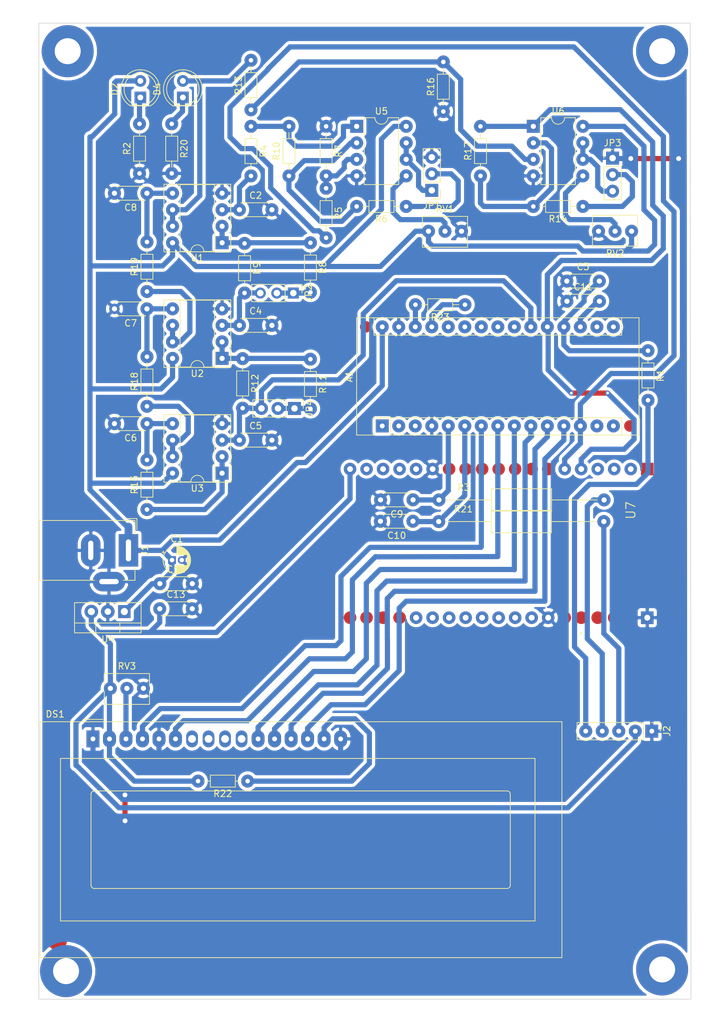
<source format=kicad_pcb>
(kicad_pcb (version 20171130) (host pcbnew "(5.1.12)-1")
  (layers (0 F.Cu signal) (31 B.Cu signal) (34 B.Paste user hide) (35 F.Paste user hide) (36 B.SilkS user hide) (37 F.SilkS user hide) (38 B.Mask user hide) (39 F.Mask user hide) (44 Edge.Cuts user))
  (net 0 "")
  (net 1 ADC1)
  (net 2 GND)
  (net 3 ADC2)
  (net 4 Accion_de_control)
  (net 5 +5V)
  (net 6 "Net-(C2-Pad1)")
  (net 7 "Net-(C4-Pad1)")
  (net 8 "Net-(C6-Pad1)")
  (net 9 "Net-(C7-Pad1)")
  (net 10 "Net-(C8-Pad1)")
  (net 11 +12V)
  (net 12 "Net-(D2-Pad1)")
  (net 13 "Net-(D4-Pad1)")
  (net 14 OUT_P)
  (net 15 "Net-(DS1-Pad3)")
  (net 16 "Net-(JP1-Pad1)")
  (net 17 "Net-(JP1-Pad2)")
  (net 18 "Net-(JP2-Pad1)")
  (net 19 "Net-(JP3-Pad2)")
  (net 20 "Net-(JP4-Pad1)")
  (net 21 IN_P)
  (net 22 "Net-(R5-Pad1)")
  (net 23 "Net-(R10-Pad1)")
  (net 24 "Net-(R8-Pad1)")
  (net 25 "Net-(R11-Pad1)")
  (net 26 "Net-(R13-Pad1)")
  (net 27 "Net-(R14-Pad2)")
  (net 28 "Net-(R15-Pad1)")
  (net 29 "Net-(R18-Pad1)")
  (net 30 "Net-(R19-Pad1)")
  (net 31 CLK)
  (net 32 DT)
  (net 33 D4)
  (net 34 D5)
  (net 35 D6)
  (net 36 D7)
  (net 37 RS)
  (net 38 E)
  (net 39 SWT)
  (net 40 "Net-(JP3-Pad3)")
  (net 41 "Net-(J2-Pad5)")
  (net 42 "Net-(J2-Pad4)")
  (net 43 "Net-(J2-Pad3)")
  (net 44 "Net-(A1-Pad18)")
  (net 45 "Net-(A1-Pad28)")
  (net 46 "Net-(A1-Pad27)")
  (net 47 "Net-(DS1-Pad15)")
  (net 48 "Net-(RV1-Pad2)")
  (net 49 "Net-(RV2-Pad2)")
  (net 50 "Net-(A1-Pad1)")
  (net 51 "Net-(A1-Pad17)")
  (net 52 "Net-(A1-Pad2)")
  (net 53 "Net-(A1-Pad3)")
  (net 54 "Net-(A1-Pad22)")
  (net 55 "Net-(A1-Pad23)")
  (net 56 "Net-(A1-Pad24)")
  (net 57 "Net-(A1-Pad25)")
  (net 58 "Net-(A1-Pad26)")
  (net 59 "Net-(A1-Pad14)")
  (net 60 "Net-(A1-Pad15)")
  (net 61 "Net-(A1-Pad16)")
  (net 62 "Net-(DS1-Pad7)")
  (net 63 "Net-(DS1-Pad8)")
  (net 64 "Net-(DS1-Pad9)")
  (net 65 "Net-(DS1-Pad10)")
  (net 66 "Net-(U7-Pad1)")
  (net 67 "Net-(U7-Pad2)")
  (net 68 "Net-(U7-Pad7)")
  (net 69 "Net-(U7-Pad8)")
  (net 70 "Net-(U7-Pad9)")
  (net 71 "Net-(U7-Pad10)")
  (net 72 "Net-(U7-Pad11)")
  (net 73 "Net-(U7-Pad12)")
  (net 74 "Net-(U7-Pad13)")
  (net 75 "Net-(U7-Pad15)")
  (net 76 "Net-(U7-Pad16)")
  (net 77 "Net-(U7-Pad17)")
  (net 78 "Net-(U7-Pad18)")
  (net 79 "Net-(U7-Pad21)")
  (net 80 "Net-(U7-Pad22)")
  (net 81 "Net-(U7-Pad23)")
  (net 82 "Net-(U7-Pad24)")
  (net 83 "Net-(U7-Pad25)")
  (net 84 "Net-(U7-Pad27)")
  (net 85 "Net-(U7-Pad28)")
  (net 86 "Net-(U7-Pad29)")
  (net 87 "Net-(U7-Pad30)")
  (net 88 "Net-(U7-Pad31)")
  (net 89 "Net-(U7-Pad32)")
  (net 90 "Net-(U7-Pad33)")
  (net 91 "Net-(U7-Pad34)")
  (net 92 "Net-(U7-Pad35)")
  (net 93 "Net-(U7-Pad36)")
  (net 94 "Net-(U7-Pad37)")
  (net 95 "Net-(U7-Pad38)")
  (net 96 "Net-(U7-Pad4)")
  (net 97 "Net-(U7-Pad3)")
  (module "NodeMCU v2:ESP_kevin" (layer F.Cu) (at 107.188 116.586 270)
    (fp_text reference U7 (at -5.08 -25.4 90) (layer F.SilkS) (effects (font (size 1.4 1.4))))
    (fp_text value ESP32-Kevin)
    (pad 35 connect circle (at 11.43 10.16 270) (size 1.93 1.93) (layers F.Cu F.Mask) (net 92 "Net-(U7-Pad35)"))
    (pad 38 connect circle (at 11.43 17.78 270) (size 1.93 1.93) (layers F.Cu F.Mask) (net 95 "Net-(U7-Pad38)"))
    (pad 37 connect circle (at 11.43 15.24 270) (size 1.93 1.93) (layers F.Cu F.Mask) (net 94 "Net-(U7-Pad37)"))
    (pad 36 connect circle (at 11.43 12.7 270) (size 1.93 1.93) (layers F.Cu F.Mask) (net 93 "Net-(U7-Pad36)"))
    (pad 20 thru_hole rect (at 11.43 -27.94 270) (size 1.93 1.93) (drill 0.889) (layers *.Cu *.Mask) (net 2 GND))
    (pad 21 connect circle (at 11.43 -25.4 270) (size 1.93 1.93) (layers F.Cu F.Mask) (net 79 "Net-(U7-Pad21)"))
    (pad 22 connect circle (at 11.43 -22.86 270) (size 1.93 1.93) (layers F.Cu F.Mask) (net 80 "Net-(U7-Pad22)"))
    (pad 23 connect circle (at 11.43 -20.32 270) (size 1.93 1.93) (layers F.Cu F.Mask) (net 81 "Net-(U7-Pad23)"))
    (pad 24 connect circle (at 11.43 -17.78 270) (size 1.93 1.93) (layers F.Cu F.Mask) (net 82 "Net-(U7-Pad24)"))
    (pad 25 connect circle (at 11.43 -15.24 270) (size 1.93 1.93) (layers F.Cu F.Mask) (net 83 "Net-(U7-Pad25)"))
    (pad 26 thru_hole circle (at 11.43 -12.7 270) (size 1.93 1.93) (drill 0.889) (layers *.Cu *.Mask) (net 2 GND))
    (pad 27 thru_hole circle (at 11.43 -10.16 270) (size 1.93 1.93) (drill 0.889) (layers *.Cu *.Mask) (net 84 "Net-(U7-Pad27)"))
    (pad 28 thru_hole circle (at 11.43 -7.62 270) (size 1.93 1.93) (drill 0.889) (layers *.Cu *.Mask) (net 85 "Net-(U7-Pad28)"))
    (pad 29 thru_hole circle (at 11.43 -5.08 270) (size 1.93 1.93) (drill 0.889) (layers *.Cu *.Mask) (net 86 "Net-(U7-Pad29)"))
    (pad 30 thru_hole circle (at 11.43 -2.54 270) (size 1.93 1.93) (drill 0.889) (layers *.Cu *.Mask) (net 87 "Net-(U7-Pad30)"))
    (pad 31 thru_hole circle (at 11.43 0 270) (size 1.93 1.93) (drill 0.889) (layers *.Cu *.Mask) (net 88 "Net-(U7-Pad31)"))
    (pad 32 thru_hole circle (at 11.43 2.54 270) (size 1.93 1.93) (drill 0.889) (layers *.Cu *.Mask) (net 89 "Net-(U7-Pad32)"))
    (pad 33 thru_hole circle (at 11.43 5.08 270) (size 1.93 1.93) (drill 0.889) (layers *.Cu *.Mask) (net 90 "Net-(U7-Pad33)"))
    (pad 34 thru_hole circle (at 11.43 7.62 270) (size 1.93 1.93) (drill 0.889) (layers *.Cu *.Mask) (net 91 "Net-(U7-Pad34)"))
    (pad 34 thru_hole circle (at 11.43 7.62 270) (size 1.93 1.93) (drill 0.889) (layers *.Cu *.Mask) (net 91 "Net-(U7-Pad34)"))
    (pad 33 thru_hole circle (at 11.43 5.08 270) (size 1.93 1.93) (drill 0.889) (layers *.Cu *.Mask) (net 90 "Net-(U7-Pad33)"))
    (pad 32 thru_hole circle (at 11.43 2.54 270) (size 1.93 1.93) (drill 0.889) (layers *.Cu *.Mask) (net 89 "Net-(U7-Pad32)"))
    (pad 31 thru_hole circle (at 11.43 0 270) (size 1.93 1.93) (drill 0.889) (layers *.Cu *.Mask) (net 88 "Net-(U7-Pad31)"))
    (pad 30 thru_hole circle (at 11.43 -2.54 270) (size 1.93 1.93) (drill 0.889) (layers *.Cu *.Mask) (net 87 "Net-(U7-Pad30)"))
    (pad 29 thru_hole circle (at 11.43 -5.08 270) (size 1.93 1.93) (drill 0.889) (layers *.Cu *.Mask) (net 86 "Net-(U7-Pad29)"))
    (pad 28 thru_hole circle (at 11.43 -7.62 270) (size 1.93 1.93) (drill 0.889) (layers *.Cu *.Mask) (net 85 "Net-(U7-Pad28)"))
    (pad 27 thru_hole circle (at 11.43 -10.16 270) (size 1.93 1.93) (drill 0.889) (layers *.Cu *.Mask) (net 84 "Net-(U7-Pad27)"))
    (pad 26 thru_hole circle (at 11.43 -12.7 270) (size 1.93 1.93) (drill 0.889) (layers *.Cu *.Mask) (net 2 GND))
    (pad 25 connect circle (at 11.43 -15.24 270) (size 1.93 1.93) (layers F.Cu F.Mask) (net 83 "Net-(U7-Pad25)"))
    (pad 24 connect circle (at 11.43 -17.78 270) (size 1.93 1.93) (layers F.Cu F.Mask) (net 82 "Net-(U7-Pad24)"))
    (pad 23 connect circle (at 11.43 -20.32 270) (size 1.93 1.93) (layers F.Cu F.Mask) (net 81 "Net-(U7-Pad23)"))
    (pad 22 connect circle (at 11.43 -22.86 270) (size 1.93 1.93) (layers F.Cu F.Mask) (net 80 "Net-(U7-Pad22)"))
    (pad 21 connect circle (at 11.43 -25.4 270) (size 1.93 1.93) (layers F.Cu F.Mask) (net 79 "Net-(U7-Pad21)"))
    (pad 20 thru_hole rect (at 11.43 -27.94 270) (size 1.93 1.93) (drill 0.889) (layers *.Cu *.Mask) (net 2 GND))
    (pad 15 thru_hole circle (at -11.43 7.62 270) (size 1.93 1.93) (drill 0.889) (layers *.Cu *.Mask) (net 75 "Net-(U7-Pad15)"))
    (pad 14 thru_hole circle (at -11.43 5.08 270) (size 1.93 1.93) (drill 0.889) (layers *.Cu *.Mask) (net 2 GND))
    (pad 13 connect circle (at -11.43 2.54 270) (size 1.93 1.93) (layers F.Cu F.Mask) (net 74 "Net-(U7-Pad13)"))
    (pad 12 connect circle (at -11.43 0 270) (size 1.93 1.93) (layers F.Cu F.Mask) (net 73 "Net-(U7-Pad12)"))
    (pad 11 connect circle (at -11.43 -2.54 270) (size 1.93 1.93) (layers F.Cu F.Mask) (net 72 "Net-(U7-Pad11)"))
    (pad 10 connect circle (at -11.43 -5.08 270) (size 1.93 1.93) (layers F.Cu F.Mask) (net 71 "Net-(U7-Pad10)"))
    (pad 9 connect circle (at -11.43 -7.62 270) (size 1.93 1.93) (layers F.Cu F.Mask) (net 70 "Net-(U7-Pad9)"))
    (pad 8 connect circle (at -11.43 -10.16 270) (size 1.93 1.93) (layers F.Cu F.Mask) (net 69 "Net-(U7-Pad8)"))
    (pad 7 connect circle (at -11.43 -12.7 270) (size 1.93 1.93) (layers F.Cu F.Mask) (net 68 "Net-(U7-Pad7)"))
    (pad 6 thru_hole circle (at -11.43 -15.24 270) (size 1.93 1.93) (drill 0.889) (layers *.Cu *.Mask) (net 4 Accion_de_control))
    (pad 5 thru_hole circle (at -11.43 -17.78 270) (size 1.93 1.93) (drill 0.889) (layers *.Cu *.Mask) (net 1 ADC1))
    (pad 4 thru_hole circle (at -11.43 -20.32 270) (size 1.93 1.93) (drill 0.889) (layers *.Cu *.Mask) (net 96 "Net-(U7-Pad4)"))
    (pad 3 thru_hole circle (at -11.43 -22.86 270) (size 1.93 1.93) (drill 0.889) (layers *.Cu *.Mask) (net 97 "Net-(U7-Pad3)"))
    (pad 2 thru_hole circle (at -11.43 -25.4 270) (size 1.93 1.93) (drill 0.889) (layers *.Cu *.Mask) (net 67 "Net-(U7-Pad2)"))
    (pad 1 connect rect (at -11.43 -27.94 270) (size 1.93 1.93) (layers F.Cu F.Mask) (net 66 "Net-(U7-Pad1)"))
    (pad 36 connect circle (at 11.43 12.7 270) (size 1.93 1.93) (layers F.Cu F.Mask) (net 93 "Net-(U7-Pad36)"))
    (pad 37 connect circle (at 11.43 15.24 270) (size 1.93 1.93) (layers F.Cu F.Mask) (net 94 "Net-(U7-Pad37)"))
    (pad 38 connect circle (at 11.43 17.78 270) (size 1.93 1.93) (layers F.Cu F.Mask) (net 95 "Net-(U7-Pad38)"))
    (pad 35 connect circle (at 11.43 10.16 270) (size 1.93 1.93) (layers F.Cu F.Mask) (net 92 "Net-(U7-Pad35)"))
    (pad 16 thru_hole circle (at -11.43 10.16 270) (size 1.93 1.93) (drill 0.889) (layers *.Cu *.Mask) (net 76 "Net-(U7-Pad16)"))
    (pad 17 thru_hole circle (at -11.43 12.7 270) (size 1.93 1.93) (drill 0.889) (layers *.Cu *.Mask) (net 77 "Net-(U7-Pad17)"))
    (pad 18 thru_hole circle (at -11.43 15.24 270) (size 1.93 1.93) (drill 0.889) (layers *.Cu *.Mask) (net 78 "Net-(U7-Pad18)"))
    (pad 19 thru_hole circle (at -11.43 17.78 270) (size 1.93 1.93) (drill 0.889) (layers *.Cu *.Mask) (net 5 +5V))
  )
  (module Resistor_THT:R_Axial_DIN0204_L3.6mm_D1.6mm_P7.62mm_Horizontal (layer F.Cu) (at 135.2423 86.9569 270)
    (fp_text reference R1 (at 3.81 -1.92 90) (layer F.SilkS))
    (fp_text value 1K)
    (pad 2 thru_hole oval (at 7.62 0 270) (size 2 2) (drill 0.7) (layers *.Cu *.Mask) (net 41 "Net-(J2-Pad5)"))
    (pad 1 thru_hole circle (at 0 0 270) (size 2 2) (drill 0.7) (layers *.Cu *.Mask) (net 31 CLK))
  )
  (module Display:WC1602A (layer F.Cu) (at 49.8602 146.6596)
    (fp_text reference DS1 (at -5.82 -3.81) (layer F.SilkS))
    (fp_text value Display)
    (pad 1 thru_hole rect (at 0 0) (size 2 2.6) (drill 0.75) (layers *.Cu *.Mask) (net 2 GND))
    (pad 2 thru_hole oval (at 2.54 0) (size 2 2.6) (drill 0.75) (layers *.Cu *.Mask) (net 5 +5V))
    (pad 3 thru_hole oval (at 5.08 0) (size 2 2.6) (drill 0.75) (layers *.Cu *.Mask) (net 15 "Net-(DS1-Pad3)"))
    (pad 4 thru_hole oval (at 7.62 0) (size 2 2.6) (drill 0.75) (layers *.Cu *.Mask) (net 37 RS))
    (pad 5 thru_hole oval (at 10.16 0) (size 2 2.6) (drill 0.75) (layers *.Cu *.Mask) (net 2 GND))
    (pad 6 thru_hole oval (at 12.7 0) (size 2 2.6) (drill 0.75) (layers *.Cu *.Mask) (net 38 E))
    (pad 7 thru_hole oval (at 15.24 0) (size 1.8 2.6) (drill 1.2) (layers *.Cu *.Mask) (net 62 "Net-(DS1-Pad7)"))
    (pad 8 thru_hole oval (at 17.78 0) (size 1.8 2.6) (drill 1.2) (layers *.Cu *.Mask) (net 63 "Net-(DS1-Pad8)"))
    (pad 9 thru_hole oval (at 20.32 0) (size 1.8 2.6) (drill 1.2) (layers *.Cu *.Mask) (net 64 "Net-(DS1-Pad9)"))
    (pad 10 thru_hole oval (at 22.86 0) (size 1.8 2.6) (drill 1.2) (layers *.Cu *.Mask) (net 65 "Net-(DS1-Pad10)"))
    (pad 11 thru_hole oval (at 25.4 0) (size 2 2.6) (drill 0.75) (layers *.Cu *.Mask) (net 33 D4))
    (pad 12 thru_hole oval (at 27.94 0) (size 2 2.6) (drill 0.75) (layers *.Cu *.Mask) (net 34 D5))
    (pad 13 thru_hole oval (at 30.48 0) (size 2 2.6) (drill 0.75) (layers *.Cu *.Mask) (net 35 D6))
    (pad 14 thru_hole oval (at 33.02 0) (size 2 2.6) (drill 0.75) (layers *.Cu *.Mask) (net 36 D7))
    (pad 15 thru_hole oval (at 35.56 0) (size 2 2.6) (drill 0.75) (layers *.Cu *.Mask) (net 47 "Net-(DS1-Pad15)"))
    (pad 16 thru_hole oval (at 38.1 0) (size 2 2.6) (drill 0.75) (layers *.Cu *.Mask) (net 2 GND))
    (pad "" connect circle (at -5.4991 0) (size 3 3) (layers F.Cu F.Mask))
    (pad "" connect circle (at -5.4991 31.0007) (size 3 3) (layers F.Cu F.Mask))
    (pad "" connect circle (at 69.49948 31.0007) (size 3 3) (layers F.Cu F.Mask))
    (pad "" connect circle (at 69.5 0) (size 3 3) (layers F.Cu F.Mask))
  )
  (module Resistor_THT:R_Axial_DIN0309_L9.0mm_D3.2mm_P25.40mm_Horizontal (layer F.Cu) (at 103.0859 109.9058)
    (fp_text reference R3 (at 3.81 -1.92) (layer F.SilkS))
    (fp_text value 1K)
    (pad 2 thru_hole oval (at 25.4 0) (size 2 2) (drill 0.8) (layers *.Cu *.Mask) (net 42 "Net-(J2-Pad4)"))
    (pad 1 thru_hole circle (at 0 0) (size 2 2) (drill 0.8) (layers *.Cu *.Mask) (net 32 DT))
  )
  (module Resistor_THT:R_Axial_DIN0309_L9.0mm_D3.2mm_P25.40mm_Horizontal (layer F.Cu) (at 103.0478 113.2332)
    (fp_text reference R21 (at 3.81 -1.92) (layer F.SilkS))
    (fp_text value 1K)
    (pad 2 thru_hole oval (at 25.4 0) (size 2 2) (drill 0.8) (layers *.Cu *.Mask) (net 43 "Net-(J2-Pad3)"))
    (pad 1 thru_hole circle (at 0 0) (size 2 2) (drill 0.8) (layers *.Cu *.Mask) (net 39 SWT))
  )
  (module Capacitor_THT:C_Disc_D4.3mm_W1.9mm_P5.00mm (layer F.Cu) (at 60.1345 126.6444)
    (fp_text reference C13 (at 2.5 -2.2) (layer F.SilkS))
    (fp_text value 0.1uF)
    (pad 2 thru_hole circle (at 5 0) (size 2 2) (drill 0.8) (layers *.Cu *.Mask) (net 2 GND))
    (pad 1 thru_hole circle (at 0 0) (size 2 2) (drill 0.8) (layers *.Cu *.Mask) (net 5 +5V))
  )
  (module Capacitor_THT:C_Disc_D4.3mm_W1.9mm_P5.00mm (layer F.Cu) (at 60.1472 122.7836)
    (fp_text reference C12 (at 2.5 -2.2) (layer F.SilkS))
    (fp_text value 0.33uF)
    (pad 2 thru_hole circle (at 5 0) (size 2 2) (drill 0.8) (layers *.Cu *.Mask) (net 2 GND))
    (pad 1 thru_hole circle (at 0 0) (size 2 2) (drill 0.8) (layers *.Cu *.Mask) (net 11 +12V))
  )
  (module Capacitor_THT:C_Disc_D4.3mm_W1.9mm_P5.00mm (layer F.Cu) (at 58.166 62.738 180)
    (fp_text reference C8 (at 2.5 -2.2) (layer F.SilkS))
    (fp_text value 100n)
    (pad 2 thru_hole circle (at 5 0 180) (size 2 2) (drill 0.8) (layers *.Cu *.Mask) (net 2 GND))
    (pad 1 thru_hole circle (at 0 0 180) (size 2 2) (drill 0.8) (layers *.Cu *.Mask) (net 10 "Net-(C8-Pad1)"))
  )
  (module Capacitor_THT:C_Disc_D4.3mm_W1.9mm_P5.00mm (layer F.Cu) (at 58.166 80.518 180)
    (fp_text reference C7 (at 2.5 -2.2) (layer F.SilkS))
    (fp_text value 100n)
    (pad 2 thru_hole circle (at 5 0 180) (size 1.6 1.6) (drill 0.8) (layers *.Cu *.Mask) (net 2 GND))
    (pad 1 thru_hole circle (at 0 0 180) (size 2 2) (drill 0.8) (layers *.Cu *.Mask) (net 9 "Net-(C7-Pad1)"))
  )
  (module Capacitor_THT:C_Disc_D4.3mm_W1.9mm_P5.00mm (layer F.Cu) (at 58.166 98.171 180)
    (fp_text reference C6 (at 2.5 -2.2) (layer F.SilkS))
    (fp_text value 100n)
    (pad 2 thru_hole circle (at 5 0 180) (size 2 2) (drill 0.8) (layers *.Cu *.Mask) (net 2 GND))
    (pad 1 thru_hole circle (at 0 0 180) (size 2 2) (drill 0.8) (layers *.Cu *.Mask) (net 8 "Net-(C6-Pad1)"))
  )
  (module Capacitor_THT:C_Disc_D4.3mm_W1.9mm_P5.00mm (layer F.Cu) (at 72.39 100.711)
    (fp_text reference C5 (at 2.5 -2.2) (layer F.SilkS))
    (fp_text value 100n)
    (pad 2 thru_hole circle (at 5 0) (size 2 2) (drill 0.8) (layers *.Cu *.Mask) (net 2 GND))
    (pad 1 thru_hole circle (at 0 0) (size 2 2) (drill 0.8) (layers *.Cu *.Mask) (net 3 ADC2))
  )
  (module Capacitor_THT:C_Disc_D4.3mm_W1.9mm_P5.00mm (layer F.Cu) (at 72.39 83.058)
    (fp_text reference C4 (at 2.5 -2.2) (layer F.SilkS))
    (fp_text value 100n)
    (pad 2 thru_hole circle (at 5 0) (size 2 2) (drill 0.8) (layers *.Cu *.Mask) (net 2 GND))
    (pad 1 thru_hole circle (at 0 0) (size 2 2) (drill 0.8) (layers *.Cu *.Mask) (net 7 "Net-(C4-Pad1)"))
  )
  (module Capacitor_THT:C_Disc_D4.3mm_W1.9mm_P5.00mm (layer F.Cu) (at 72.39 65.278)
    (fp_text reference C2 (at 2.5 -2.2) (layer F.SilkS))
    (fp_text value 100n)
    (pad 2 thru_hole circle (at 5 0) (size 2 2) (drill 0.8) (layers *.Cu *.Mask) (net 2 GND))
    (pad 1 thru_hole circle (at 0 0) (size 2 2) (drill 0.8) (layers *.Cu *.Mask) (net 6 "Net-(C2-Pad1)"))
  )
  (module Capacitor_THT:C_Disc_D4.3mm_W1.9mm_P5.00mm (layer F.Cu) (at 99.0816 113.1824 180)
    (fp_text reference C10 (at 2.5 -2.2) (layer F.SilkS))
    (fp_text value C)
    (pad 2 thru_hole circle (at 5 0 180) (size 2 2) (drill 0.8) (layers *.Cu *.Mask) (net 2 GND))
    (pad 1 thru_hole circle (at 0 0 180) (size 2 2) (drill 0.8) (layers *.Cu *.Mask) (net 39 SWT))
  )
  (module Package_TO_SOT_THT:TO-220-3_Vertical (layer F.Cu) (at 54.6862 127.0762 180)
    (fp_text reference U4 (at 2.54 -4.27) (layer F.SilkS))
    (fp_text value L7805)
    (pad 3 thru_hole oval (at 5.08 0 180) (size 2.1 2.1) (drill 1.1) (layers *.Cu *.Mask) (net 5 +5V))
    (pad 2 thru_hole oval (at 2.54 0 180) (size 2.1 2.1) (drill 1) (layers *.Cu *.Mask) (net 2 GND))
    (pad 1 thru_hole rect (at 0 0 180) (size 1.905 2) (drill 1.1) (layers *.Cu *.Mask) (net 11 +12V))
  )
  (module Resistor_THT:R_Axial_DIN0204_L3.6mm_D1.6mm_P7.62mm_Horizontal (layer F.Cu) (at 107.0864 79.883 180)
    (fp_text reference R23 (at 3.81 -1.92) (layer F.SilkS))
    (fp_text value 120)
    (pad 2 thru_hole oval (at 7.62 0 180) (size 2 2) (drill 0.7) (layers *.Cu *.Mask) (net 45 "Net-(A1-Pad28)"))
    (pad 1 thru_hole circle (at 0 0 180) (size 2 2) (drill 0.7) (layers *.Cu *.Mask) (net 46 "Net-(A1-Pad27)"))
  )
  (module Resistor_THT:R_Axial_DIN0204_L3.6mm_D1.6mm_P7.62mm_Horizontal (layer F.Cu) (at 73.6473 153.1493 180)
    (fp_text reference R22 (at 3.81 -1.92) (layer F.SilkS))
    (fp_text value 220)
    (pad 2 thru_hole oval (at 7.62 0 180) (size 2 2) (drill 0.7) (layers *.Cu *.Mask) (net 5 +5V))
    (pad 1 thru_hole circle (at 0 0 180) (size 2 2) (drill 0.7) (layers *.Cu *.Mask) (net 47 "Net-(DS1-Pad15)"))
  )
  (module Connector_PinHeader_2.54mm:PinHeader_1x03_P2.54mm_Vertical (layer F.Cu) (at 80.8609 95.8342 270)
    (fp_text reference JP4 (at 0 -2.33 90) (layer F.SilkS))
    (fp_text value Jumper_3_Bridged12)
    (pad 3 thru_hole oval (at 0 5.08 270) (size 2 2) (drill 1) (layers *.Cu *.Mask) (net 3 ADC2))
    (pad 2 thru_hole oval (at 0 2.54 270) (size 2 2) (drill 1) (layers *.Cu *.Mask) (net 20 "Net-(JP4-Pad1)"))
    (pad 1 thru_hole rect (at 0 0 270) (size 2 2) (drill 1) (layers *.Cu *.Mask) (net 20 "Net-(JP4-Pad1)"))
  )
  (module Connector_PinHeader_2.54mm:PinHeader_1x03_P2.54mm_Vertical (layer F.Cu) (at 80.6831 78.0923 270)
    (fp_text reference JP2 (at 0 -2.33 90) (layer F.SilkS))
    (fp_text value Jumper_3_Bridged12)
    (pad 3 thru_hole oval (at 0 5.08 270) (size 1.7 1.7) (drill 1) (layers *.Cu *.Mask) (net 7 "Net-(C4-Pad1)"))
    (pad 2 thru_hole oval (at 0 2.54 270) (size 1.7 1.7) (drill 1) (layers *.Cu *.Mask) (net 18 "Net-(JP2-Pad1)"))
    (pad 1 thru_hole rect (at 0 0 270) (size 1.7 1.7) (drill 1) (layers *.Cu *.Mask) (net 18 "Net-(JP2-Pad1)"))
  )
  (module Module:Arduino_Nano_WithMountingHoles (layer F.Cu) (at 94.361 98.5266 90)
    (fp_text reference A1 (at 7.62 -5.08 90) (layer F.SilkS))
    (fp_text value "Arduino Nano")
    (pad 1 thru_hole rect (at 0 0 90) (size 2 2) (drill 0.75) (layers *.Cu *.Mask) (net 50 "Net-(A1-Pad1)"))
    (pad 17 thru_hole oval (at 15.24 33.02 90) (size 2 2) (drill 0.75) (layers *.Cu *.Mask) (net 51 "Net-(A1-Pad17)"))
    (pad 2 thru_hole oval (at 0 2.54 90) (size 2 2) (drill 0.75) (layers *.Cu *.Mask) (net 52 "Net-(A1-Pad2)"))
    (pad 18 thru_hole oval (at 15.24 30.48 90) (size 2 2) (drill 0.75) (layers *.Cu *.Mask) (net 44 "Net-(A1-Pad18)"))
    (pad 3 thru_hole oval (at 0 5.08 90) (size 2 2) (drill 0.75) (layers *.Cu *.Mask) (net 53 "Net-(A1-Pad3)"))
    (pad 19 thru_hole oval (at 15.24 27.94 90) (size 2 2) (drill 0.75) (layers *.Cu *.Mask) (net 31 CLK))
    (pad 4 thru_hole oval (at 0 7.62 90) (size 2 2) (drill 0.75) (layers *.Cu *.Mask) (net 2 GND))
    (pad 20 thru_hole oval (at 15.24 25.4 90) (size 2 2) (drill 0.75) (layers *.Cu *.Mask) (net 1 ADC1))
    (pad 5 thru_hole oval (at 0 10.16 90) (size 2 2) (drill 0.75) (layers *.Cu *.Mask) (net 32 DT))
    (pad 21 thru_hole oval (at 15.24 22.86 90) (size 2 2) (drill 0.75) (layers *.Cu *.Mask) (net 3 ADC2))
    (pad 6 thru_hole oval (at 0 12.7 90) (size 2 2) (drill 0.75) (layers *.Cu *.Mask) (net 39 SWT))
    (pad 22 thru_hole oval (at 15.24 20.32 90) (size 2 2) (drill 0.75) (layers *.Cu *.Mask) (net 54 "Net-(A1-Pad22)"))
    (pad 7 thru_hole oval (at 0 15.24 90) (size 2 2) (drill 0.75) (layers *.Cu *.Mask) (net 37 RS))
    (pad 23 thru_hole oval (at 15.24 17.78 90) (size 2 2) (drill 0.75) (layers *.Cu *.Mask) (net 55 "Net-(A1-Pad23)"))
    (pad 8 thru_hole oval (at 0 17.78 90) (size 2 2) (drill 0.75) (layers *.Cu *.Mask) (net 38 E))
    (pad 24 thru_hole oval (at 15.24 15.24 90) (size 2 2) (drill 0.75) (layers *.Cu *.Mask) (net 56 "Net-(A1-Pad24)"))
    (pad 9 thru_hole oval (at 0 20.32 90) (size 2 2) (drill 0.75) (layers *.Cu *.Mask) (net 33 D4))
    (pad 25 thru_hole oval (at 15.24 12.7 90) (size 2 2) (drill 0.75) (layers *.Cu *.Mask) (net 57 "Net-(A1-Pad25)"))
    (pad 10 thru_hole oval (at 0 22.86 90) (size 2 2) (drill 0.75) (layers *.Cu *.Mask) (net 34 D5))
    (pad 26 thru_hole oval (at 15.24 10.16 90) (size 2 2) (drill 0.75) (layers *.Cu *.Mask) (net 58 "Net-(A1-Pad26)"))
    (pad 11 thru_hole oval (at 0 25.4 90) (size 2 2) (drill 0.75) (layers *.Cu *.Mask) (net 35 D6))
    (pad 27 thru_hole oval (at 15.24 7.62 90) (size 2 2) (drill 0.75) (layers *.Cu *.Mask) (net 46 "Net-(A1-Pad27)"))
    (pad 12 thru_hole oval (at 0 27.94 90) (size 2 2) (drill 0.75) (layers *.Cu *.Mask) (net 36 D7))
    (pad 28 thru_hole oval (at 15.24 5.08 90) (size 2 2) (drill 0.75) (layers *.Cu *.Mask) (net 45 "Net-(A1-Pad28)"))
    (pad 13 thru_hole oval (at 0 30.48 90) (size 2 2) (drill 0.75) (layers *.Cu *.Mask) (net 4 Accion_de_control))
    (pad 29 thru_hole oval (at 15.24 2.54 90) (size 2 2) (drill 0.75) (layers *.Cu *.Mask) (net 2 GND))
    (pad 14 thru_hole oval (at 0 33.02 90) (size 2 2) (drill 0.75) (layers *.Cu *.Mask) (net 59 "Net-(A1-Pad14)"))
    (pad 30 thru_hole oval (at 15.24 0 90) (size 2 2) (drill 0.75) (layers *.Cu *.Mask) (net 11 +12V))
    (pad 15 thru_hole oval (at 0 35.56 90) (size 2 2) (drill 0.75) (layers *.Cu *.Mask) (net 60 "Net-(A1-Pad15)"))
    (pad 16 thru_hole oval (at 15.24 35.56 90) (size 2 2) (drill 0.75) (layers *.Cu *.Mask) (net 61 "Net-(A1-Pad16)"))
    (pad "" connect circle (at 0 -2.54 90) (size 1.78 1.78) (layers F.Cu F.Mask))
    (pad "" connect circle (at 15.24 -2.54 90) (size 1.78 1.78) (layers F.Cu F.Mask))
    (pad "" connect circle (at 15.24 38.1 90) (size 1.78 1.78) (layers F.Cu F.Mask))
    (pad "" connect circle (at 0 38.1 90) (size 1.78 1.78) (layers F.Cu F.Mask))
  )
  (module Capacitor_THT:C_Disc_D4.3mm_W1.9mm_P5.00mm (layer F.Cu) (at 122.7747 79.3496)
    (fp_text reference C11 (at 2.5 -2.2) (layer F.SilkS))
    (fp_text value C)
    (pad 2 thru_hole circle (at 5 0) (size 2 2) (drill 0.8) (layers *.Cu *.Mask) (net 44 "Net-(A1-Pad18)"))
    (pad 1 thru_hole circle (at 0 0) (size 2 2) (drill 0.8) (layers *.Cu *.Mask) (net 2 GND))
  )
  (module Capacitor_THT:C_Disc_D4.3mm_W1.9mm_P5.00mm (layer F.Cu) (at 99.0981 109.8931 180)
    (fp_text reference C9 (at 2.5 -2.2) (layer F.SilkS))
    (fp_text value C)
    (pad 2 thru_hole circle (at 5 0 180) (size 2 2) (drill 0.8) (layers *.Cu *.Mask) (net 2 GND))
    (pad 1 thru_hole circle (at 0 0 180) (size 2 2) (drill 0.8) (layers *.Cu *.Mask) (net 32 DT))
  )
  (module Capacitor_THT:C_Disc_D4.3mm_W1.9mm_P5.00mm (layer F.Cu) (at 122.7582 76.2508)
    (fp_text reference C3 (at 2.5 -2.2) (layer F.SilkS))
    (fp_text value C)
    (pad 2 thru_hole circle (at 5 0) (size 2 2) (drill 0.8) (layers *.Cu *.Mask) (net 31 CLK))
    (pad 1 thru_hole circle (at 0 0) (size 2 2) (drill 0.8) (layers *.Cu *.Mask) (net 2 GND))
  )
  (module LED_THT:LED_D5.0mm_Clear (layer F.Cu) (at 63.6905 48.006 90)
    (fp_text reference D4 (at 1.27 -3.96 90) (layer F.SilkS))
    (fp_text value LED)
    (pad 1 thru_hole rect (at 0 0 90) (size 1.8 1.8) (drill 0.9) (layers *.Cu *.Mask) (net 13 "Net-(D4-Pad1)"))
    (pad 2 thru_hole circle (at 2.54 0 90) (size 1.8 1.8) (drill 0.9) (layers *.Cu *.Mask) (net 14 OUT_P))
  )
  (module Resistor_THT:R_Axial_DIN0204_L3.6mm_D1.6mm_P7.62mm_Horizontal (layer F.Cu) (at 103.759 50.165 90)
    (fp_text reference R16 (at 3.81 -1.92 90) (layer F.SilkS))
    (fp_text value 1K)
    (pad 2 thru_hole oval (at 7.62 0 90) (size 2 2) (drill 0.7) (layers *.Cu *.Mask) (net 26 "Net-(R13-Pad1)"))
    (pad 1 thru_hole circle (at 0 0 90) (size 2 2) (drill 0.7) (layers *.Cu *.Mask) (net 2 GND))
  )
  (module Resistor_THT:R_Axial_DIN0204_L3.6mm_D1.6mm_P7.62mm_Horizontal (layer F.Cu) (at 74.168 49.911 90)
    (fp_text reference R13 (at 3.81 -1.92 90) (layer F.SilkS))
    (fp_text value 1K)
    (pad 2 thru_hole oval (at 7.62 0 90) (size 2 2) (drill 0.7) (layers *.Cu *.Mask) (net 14 OUT_P))
    (pad 1 thru_hole circle (at 0 0 90) (size 2 2) (drill 0.75) (layers *.Cu *.Mask) (net 26 "Net-(R13-Pad1)"))
  )
  (module Package_DIP:DIP-8_W7.62mm_Socket (layer F.Cu) (at 69.723 88.138 180)
    (fp_text reference U2 (at 3.81 -2.33) (layer F.SilkS))
    (fp_text value TL082)
    (pad 1 thru_hole rect (at 0 0 180) (size 2 2) (drill 0.8) (layers *.Cu *.Mask) (net 25 "Net-(R11-Pad1)"))
    (pad 5 thru_hole oval (at 7.62 7.62 180) (size 2 2) (drill 0.8) (layers *.Cu *.Mask) (net 9 "Net-(C7-Pad1)"))
    (pad 2 thru_hole oval (at 0 2.54 180) (size 2 2) (drill 0.8) (layers *.Cu *.Mask) (net 25 "Net-(R11-Pad1)"))
    (pad 6 thru_hole oval (at 7.62 5.08 180) (size 2 2) (drill 0.8) (layers *.Cu *.Mask) (net 30 "Net-(R19-Pad1)"))
    (pad 3 thru_hole oval (at 0 5.08 180) (size 2 2) (drill 0.8) (layers *.Cu *.Mask) (net 7 "Net-(C4-Pad1)"))
    (pad 7 thru_hole oval (at 7.62 2.54 180) (size 2 2) (drill 0.8) (layers *.Cu *.Mask) (net 30 "Net-(R19-Pad1)"))
    (pad 4 thru_hole oval (at 0 7.62 180) (size 2 2) (drill 0.8) (layers *.Cu *.Mask) (net 2 GND))
    (pad 8 thru_hole oval (at 7.62 0 180) (size 2 2) (drill 0.8) (layers *.Cu *.Mask) (net 11 +12V))
  )
  (module Connector_PinHeader_2.54mm:PinHeader_1x05_P2.54mm_Vertical (layer F.Cu) (at 135.8265 145.4658 270)
    (fp_text reference J2 (at 0 -2.33 90) (layer F.SilkS))
    (fp_text value Encoder)
    (pad 5 thru_hole oval (at 0 10.16 270) (size 2 2) (drill 0.75) (layers *.Cu *.Mask) (net 41 "Net-(J2-Pad5)"))
    (pad 4 thru_hole oval (at 0 7.62 270) (size 2 2) (drill 0.75) (layers *.Cu *.Mask) (net 42 "Net-(J2-Pad4)"))
    (pad 3 thru_hole oval (at 0 5.08 270) (size 2 2) (drill 0.75) (layers *.Cu *.Mask) (net 43 "Net-(J2-Pad3)"))
    (pad 2 thru_hole oval (at 0 2.54 270) (size 2 2) (drill 0.75) (layers *.Cu *.Mask) (net 5 +5V))
    (pad 1 thru_hole rect (at 0 0 270) (size 2 2) (drill 0.75) (layers *.Cu *.Mask) (net 2 GND))
  )
  (module Connector_PinHeader_2.54mm:PinHeader_1x03_P2.54mm_Vertical (layer F.Cu) (at 129.794 57.3405)
    (fp_text reference JP3 (at 0 -2.33) (layer F.SilkS))
    (fp_text value "Ruido a la salida")
    (pad 3 thru_hole oval (at 0 5.08) (size 2 2) (drill 1) (layers *.Cu *.Mask) (net 40 "Net-(JP3-Pad3)"))
    (pad 2 thru_hole oval (at 0 2.54) (size 2 2) (drill 1) (layers *.Cu *.Mask) (net 19 "Net-(JP3-Pad2)"))
    (pad 1 thru_hole rect (at 0 0) (size 2 2) (drill 1) (layers *.Cu *.Mask) (net 2 GND))
  )
  (module Connector_PinHeader_2.54mm:PinHeader_1x03_P2.54mm_Vertical (layer F.Cu) (at 101.981 62.2935 180)
    (fp_text reference JP1 (at 0 -2.33) (layer F.SilkS))
    (fp_text value "Ruido de entrada")
    (pad 3 thru_hole oval (at 0 5.08 180) (size 2 2) (drill 1) (layers *.Cu *.Mask) (net 2 GND))
    (pad 2 thru_hole oval (at 0 2.54 180) (size 2 2) (drill 1) (layers *.Cu *.Mask) (net 17 "Net-(JP1-Pad2)"))
    (pad 1 thru_hole rect (at 0 0 180) (size 2 2) (drill 1) (layers *.Cu *.Mask) (net 16 "Net-(JP1-Pad1)"))
  )
  (module Connector_BarrelJack:BarrelJack_Wuerth_6941xx301002 (layer F.Cu) (at 55.3212 117.6655 270)
    (fp_text reference J1 (at 0 -2.5 90) (layer F.SilkS))
    (fp_text value Conector)
    (pad 3 thru_hole oval (at 4.8 3) (size 5 3) (drill oval 3 0.8) (layers *.Cu *.Mask) (net 2 GND))
    (pad 2 thru_hole oval (at 0 5.8 270) (size 5 3) (drill oval 3 0.8) (layers *.Cu *.Mask) (net 2 GND))
    (pad 1 thru_hole rect (at 0 0 270) (size 5 3) (drill oval 3.4 0.8) (layers *.Cu *.Mask) (net 11 +12V))
  )
  (module Capacitor_THT:CP_Radial_D4.0mm_P1.50mm (layer F.Cu) (at 62.0141 119.1514)
    (fp_text reference C1 (at 0.75 -3.25) (layer F.SilkS))
    (fp_text value 10uF)
    (pad 2 thru_hole circle (at 1.5 0) (size 1.2 1.2) (drill 0.7) (layers *.Cu *.Mask) (net 2 GND))
    (pad 1 thru_hole rect (at 0 0) (size 1.2 1.2) (drill 0.7) (layers *.Cu *.Mask) (net 11 +12V))
  )
  (module LED_THT:LED_D5.0mm_Clear (layer F.Cu) (at 57.15 48.006 90)
    (fp_text reference D2 (at 1.27 -3.96 90) (layer F.SilkS))
    (fp_text value LED)
    (pad 2 thru_hole circle (at 2.54 0 90) (size 1.8 1.8) (drill 0.9) (layers *.Cu *.Mask) (net 11 +12V))
    (pad 1 thru_hole rect (at 0 0 90) (size 1.8 1.8) (drill 0.9) (layers *.Cu *.Mask) (net 12 "Net-(D2-Pad1)"))
  )
  (module Resistor_THT:R_Axial_DIN0204_L3.6mm_D1.6mm_P7.62mm_Horizontal (layer F.Cu) (at 57.023 59.69 90)
    (fp_text reference R2 (at 3.81 -1.92 90) (layer F.SilkS))
    (fp_text value 680)
    (pad 2 thru_hole oval (at 7.62 0 90) (size 2 2) (drill 0.7) (layers *.Cu *.Mask) (net 12 "Net-(D2-Pad1)"))
    (pad 1 thru_hole circle (at 0 0 90) (size 2 2) (drill 0.7) (layers *.Cu *.Mask) (net 2 GND))
  )
  (module Resistor_THT:R_Axial_DIN0204_L3.6mm_D1.6mm_P7.62mm_Horizontal (layer F.Cu) (at 74.168 52.451 270)
    (fp_text reference R4 (at 3.81 -1.92 90) (layer F.SilkS))
    (fp_text value 1M)
    (pad 1 thru_hole circle (at 0 0 270) (size 2 2) (drill 0.7) (layers *.Cu *.Mask) (net 21 IN_P))
    (pad 2 thru_hole oval (at 7.62 0 270) (size 2 2) (drill 0.7) (layers *.Cu *.Mask) (net 6 "Net-(C2-Pad1)"))
  )
  (module Resistor_THT:R_Axial_DIN0204_L3.6mm_D1.6mm_P7.62mm_Horizontal (layer F.Cu) (at 85.725 61.976 270)
    (fp_text reference R5 (at 3.81 -1.92 90) (layer F.SilkS))
    (fp_text value 1K)
    (pad 1 thru_hole circle (at 0 0 270) (size 2 2) (drill 0.7) (layers *.Cu *.Mask) (net 22 "Net-(R5-Pad1)"))
    (pad 2 thru_hole oval (at 7.62 0 270) (size 2 2) (drill 0.7) (layers *.Cu *.Mask) (net 4 Accion_de_control))
  )
  (module Resistor_THT:R_Axial_DIN0204_L3.6mm_D1.6mm_P7.62mm_Horizontal (layer F.Cu) (at 98.044 64.77 180)
    (fp_text reference R6 (at 3.81 -1.92) (layer F.SilkS))
    (fp_text value 1K)
    (pad 1 thru_hole circle (at 0 0 180) (size 2 2) (drill 0.7) (layers *.Cu *.Mask) (net 17 "Net-(JP1-Pad2)"))
    (pad 2 thru_hole oval (at 7.62 0 180) (size 2 2) (drill 0.7) (layers *.Cu *.Mask) (net 23 "Net-(R10-Pad1)"))
  )
  (module Resistor_THT:R_Axial_DIN0204_L3.6mm_D1.6mm_P7.62mm_Horizontal (layer F.Cu) (at 85.725 52.451 270)
    (fp_text reference R7 (at 3.81 -1.92 90) (layer F.SilkS))
    (fp_text value 1K)
    (pad 2 thru_hole oval (at 7.62 0 270) (size 2 2) (drill 0.7) (layers *.Cu *.Mask) (net 22 "Net-(R5-Pad1)"))
    (pad 1 thru_hole circle (at 0 0 270) (size 2 2) (drill 0.7) (layers *.Cu *.Mask) (net 2 GND))
  )
  (module Resistor_THT:R_Axial_DIN0204_L3.6mm_D1.6mm_P7.62mm_Horizontal (layer F.Cu) (at 83.312 70.358 270)
    (fp_text reference R8 (at 3.81 -1.92 90) (layer F.SilkS))
    (fp_text value 100K)
    (pad 2 thru_hole oval (at 7.62 0 270) (size 2 2) (drill 0.7) (layers *.Cu *.Mask) (net 18 "Net-(JP2-Pad1)"))
    (pad 1 thru_hole circle (at 0 0 270) (size 2 2) (drill 0.7) (layers *.Cu *.Mask) (net 24 "Net-(R8-Pad1)"))
  )
  (module Resistor_THT:R_Axial_DIN0204_L3.6mm_D1.6mm_P7.62mm_Horizontal (layer F.Cu) (at 73.1774 70.4596 270)
    (fp_text reference R9 (at 3.81 -1.92 90) (layer F.SilkS))
    (fp_text value 1M)
    (pad 1 thru_hole circle (at 0 0 270) (size 2 2) (drill 0.7) (layers *.Cu *.Mask) (net 24 "Net-(R8-Pad1)"))
    (pad 2 thru_hole oval (at 7.62 0 270) (size 2 2) (drill 0.7) (layers *.Cu *.Mask) (net 7 "Net-(C4-Pad1)"))
  )
  (module Resistor_THT:R_Axial_DIN0204_L3.6mm_D1.6mm_P7.62mm_Horizontal (layer F.Cu) (at 80.01 60.071 90)
    (fp_text reference R10 (at 3.81 -1.92 90) (layer F.SilkS))
    (fp_text value 1K)
    (pad 2 thru_hole oval (at 7.62 0 90) (size 2 2) (drill 0.7) (layers *.Cu *.Mask) (net 21 IN_P))
    (pad 1 thru_hole circle (at 0 0 90) (size 2 2) (drill 0.7) (layers *.Cu *.Mask) (net 23 "Net-(R10-Pad1)"))
  )
  (module Resistor_THT:R_Axial_DIN0204_L3.6mm_D1.6mm_P7.62mm_Horizontal (layer F.Cu) (at 83.312 88.265 270)
    (fp_text reference R11 (at 3.81 -1.92 90) (layer F.SilkS))
    (fp_text value 10K)
    (pad 1 thru_hole circle (at 0 0 270) (size 2 2) (drill 0.7) (layers *.Cu *.Mask) (net 25 "Net-(R11-Pad1)"))
    (pad 2 thru_hole oval (at 7.62 0 270) (size 2 2) (drill 0.7) (layers *.Cu *.Mask) (net 20 "Net-(JP4-Pad1)"))
  )
  (module Resistor_THT:R_Axial_DIN0204_L3.6mm_D1.6mm_P7.62mm_Horizontal (layer F.Cu) (at 72.8853 88.1761 270)
    (fp_text reference R12 (at 3.81 -1.92 90) (layer F.SilkS))
    (fp_text value 1M)
    (pad 2 thru_hole oval (at 7.62 0 270) (size 2 2) (drill 0.7) (layers *.Cu *.Mask) (net 3 ADC2))
    (pad 1 thru_hole circle (at 0 0 270) (size 2 2) (drill 0.7) (layers *.Cu *.Mask) (net 25 "Net-(R11-Pad1)"))
  )
  (module Potentiometer_THT:Potentiometer_Bourns_3266Y_Vertical (layer F.Cu) (at 106.553 68.58)
    (fp_text reference RV1 (at -2.54 -3.41) (layer F.SilkS))
    (fp_text value 10K)
    (pad 1 thru_hole circle (at 0 0) (size 2 2) (drill 0.8) (layers *.Cu *.Mask) (net 2 GND))
    (pad 2 thru_hole circle (at -2.54 0) (size 2 2) (drill 0.8) (layers *.Cu *.Mask) (net 48 "Net-(RV1-Pad2)"))
    (pad 3 thru_hole circle (at -5.08 0) (size 2 2) (drill 0.8) (layers *.Cu *.Mask) (net 11 +12V))
  )
  (module Potentiometer_THT:Potentiometer_Bourns_3266Y_Vertical (layer F.Cu) (at 127.635 68.58 180)
    (fp_text reference RV2 (at -2.54 -3.41) (layer F.SilkS))
    (fp_text value 10K)
    (pad 1 thru_hole circle (at 0 0 180) (size 2 2) (drill 0.8) (layers *.Cu *.Mask) (net 2 GND))
    (pad 2 thru_hole circle (at -2.54 0 180) (size 2 2) (drill 0.8) (layers *.Cu *.Mask) (net 49 "Net-(RV2-Pad2)"))
    (pad 3 thru_hole circle (at -5.08 0 180) (size 2 2) (drill 0.8) (layers *.Cu *.Mask) (net 11 +12V))
  )
  (module Package_DIP:DIP-8_W7.62mm_Socket (layer F.Cu) (at 69.723 70.358 180)
    (fp_text reference U1 (at 3.81 -2.33) (layer F.SilkS))
    (fp_text value TL082)
    (pad 8 thru_hole oval (at 7.62 0 180) (size 2 2) (drill 0.8) (layers *.Cu *.Mask) (net 11 +12V))
    (pad 4 thru_hole oval (at 0 7.62 180) (size 2 2) (drill 0.8) (layers *.Cu *.Mask) (net 2 GND))
    (pad 7 thru_hole oval (at 7.62 2.54 180) (size 2 2) (drill 0.8) (layers *.Cu *.Mask) (net 14 OUT_P))
    (pad 3 thru_hole oval (at 0 5.08 180) (size 2 2) (drill 0.8) (layers *.Cu *.Mask) (net 6 "Net-(C2-Pad1)"))
    (pad 6 thru_hole oval (at 7.62 5.08 180) (size 2 2) (drill 0.8) (layers *.Cu *.Mask) (net 14 OUT_P))
    (pad 2 thru_hole oval (at 0 2.54 180) (size 2 2) (drill 0.8) (layers *.Cu *.Mask) (net 24 "Net-(R8-Pad1)"))
    (pad 5 thru_hole oval (at 7.62 7.62 180) (size 2 2) (drill 0.8) (layers *.Cu *.Mask) (net 10 "Net-(C8-Pad1)"))
    (pad 1 thru_hole rect (at 0 0 180) (size 2 2) (drill 0.8) (layers *.Cu *.Mask) (net 24 "Net-(R8-Pad1)"))
  )
  (module Package_DIP:DIP-8_W7.62mm_Socket (layer F.Cu) (at 69.723 105.791 180)
    (fp_text reference U3 (at 3.81 -2.33) (layer F.SilkS))
    (fp_text value TL082)
    (pad 1 thru_hole rect (at 0 0 180) (size 2 2) (drill 0.8) (layers *.Cu *.Mask) (net 28 "Net-(R15-Pad1)"))
    (pad 5 thru_hole oval (at 7.62 7.62 180) (size 2 2) (drill 0.8) (layers *.Cu *.Mask) (net 8 "Net-(C6-Pad1)"))
    (pad 2 thru_hole oval (at 0 2.54 180) (size 2 2) (drill 0.8) (layers *.Cu *.Mask) (net 28 "Net-(R15-Pad1)"))
    (pad 6 thru_hole oval (at 7.62 5.08 180) (size 2 2) (drill 0.8) (layers *.Cu *.Mask) (net 29 "Net-(R18-Pad1)"))
    (pad 3 thru_hole oval (at 0 5.08 180) (size 2 2) (drill 0.8) (layers *.Cu *.Mask) (net 3 ADC2))
    (pad 7 thru_hole oval (at 7.62 2.54 180) (size 2 2) (drill 0.8) (layers *.Cu *.Mask) (net 29 "Net-(R18-Pad1)"))
    (pad 4 thru_hole oval (at 0 7.62 180) (size 2 2) (drill 0.8) (layers *.Cu *.Mask) (net 2 GND))
    (pad 8 thru_hole oval (at 7.62 0 180) (size 2 2) (drill 0.8) (layers *.Cu *.Mask) (net 11 +12V))
  )
  (module Potentiometer_THT:Potentiometer_Bourns_3266Y_Vertical (layer F.Cu) (at 57.6199 138.8872)
    (fp_text reference RV3 (at -2.54 -3.41) (layer F.SilkS))
    (fp_text value 10K)
    (pad 1 thru_hole circle (at 0 0) (size 2 2) (drill 0.8) (layers *.Cu *.Mask) (net 2 GND))
    (pad 2 thru_hole circle (at -2.54 0) (size 2 2) (drill 0.8) (layers *.Cu *.Mask) (net 15 "Net-(DS1-Pad3)"))
    (pad 3 thru_hole circle (at -5.08 0) (size 2 2) (drill 0.8) (layers *.Cu *.Mask) (net 5 +5V))
  )
  (module Resistor_THT:R_Axial_DIN0204_L3.6mm_D1.6mm_P7.62mm_Horizontal (layer F.Cu) (at 125.222 64.77 180)
    (fp_text reference R14 (at 3.81 -1.92) (layer F.SilkS))
    (fp_text value 1K)
    (pad 2 thru_hole oval (at 7.62 0 180) (size 2 2) (drill 0.7) (layers *.Cu *.Mask) (net 27 "Net-(R14-Pad2)"))
    (pad 1 thru_hole circle (at 0 0 180) (size 2 2) (drill 0.7) (layers *.Cu *.Mask) (net 19 "Net-(JP3-Pad2)"))
  )
  (module Resistor_THT:R_Axial_DIN0204_L3.6mm_D1.6mm_P7.62mm_Horizontal (layer F.Cu) (at 58.166 111.379 90)
    (fp_text reference R15 (at 3.81 -1.92 90) (layer F.SilkS))
    (fp_text value 1M)
    (pad 1 thru_hole circle (at 0 0 90) (size 2 2) (drill 0.7) (layers *.Cu *.Mask) (net 28 "Net-(R15-Pad1)"))
    (pad 2 thru_hole oval (at 7.62 0 90) (size 2 2) (drill 0.7) (layers *.Cu *.Mask) (net 8 "Net-(C6-Pad1)"))
  )
  (module Resistor_THT:R_Axial_DIN0204_L3.6mm_D1.6mm_P7.62mm_Horizontal (layer F.Cu) (at 109.474 60.071 90)
    (fp_text reference R17 (at 3.81 -1.92 90) (layer F.SilkS))
    (fp_text value 1K)
    (pad 2 thru_hole oval (at 7.62 0 90) (size 2 2) (drill 0.7) (layers *.Cu *.Mask) (net 1 ADC1))
    (pad 1 thru_hole circle (at 0 0 90) (size 2 2) (drill 0.7) (layers *.Cu *.Mask) (net 27 "Net-(R14-Pad2)"))
  )
  (module Resistor_THT:R_Axial_DIN0204_L3.6mm_D1.6mm_P7.62mm_Horizontal (layer F.Cu) (at 58.166 95.504 90)
    (fp_text reference R18 (at 3.81 -1.92 90) (layer F.SilkS))
    (fp_text value 1M)
    (pad 1 thru_hole circle (at 0 0 90) (size 2 2) (drill 0.7) (layers *.Cu *.Mask) (net 29 "Net-(R18-Pad1)"))
    (pad 2 thru_hole oval (at 7.62 0 90) (size 2 2) (drill 0.7) (layers *.Cu *.Mask) (net 9 "Net-(C7-Pad1)"))
  )
  (module Resistor_THT:R_Axial_DIN0204_L3.6mm_D1.6mm_P7.62mm_Horizontal (layer F.Cu) (at 58.166 77.851 90)
    (fp_text reference R19 (at 3.81 -1.92 90) (layer F.SilkS))
    (fp_text value 1M)
    (pad 2 thru_hole oval (at 7.62 0 90) (size 2 2) (drill 0.7) (layers *.Cu *.Mask) (net 10 "Net-(C8-Pad1)"))
    (pad 1 thru_hole circle (at 0 0 90) (size 2 2) (drill 0.7) (layers *.Cu *.Mask) (net 30 "Net-(R19-Pad1)"))
  )
  (module Resistor_THT:R_Axial_DIN0204_L3.6mm_D1.6mm_P7.62mm_Horizontal (layer F.Cu) (at 61.976 52.07 270)
    (fp_text reference R20 (at 3.81 -1.92 90) (layer F.SilkS))
    (fp_text value 100)
    (pad 1 thru_hole circle (at 0 0 270) (size 2 2) (drill 0.7) (layers *.Cu *.Mask) (net 13 "Net-(D4-Pad1)"))
    (pad 2 thru_hole oval (at 7.62 0 270) (size 2 2) (drill 0.7) (layers *.Cu *.Mask) (net 2 GND))
  )
  (module Package_DIP:DIP-8_W7.62mm (layer F.Cu) (at 90.424 52.451)
    (fp_text reference U5 (at 3.81 -2.33) (layer F.SilkS))
    (fp_text value TL082)
    (pad 1 thru_hole rect (at 0 0) (size 2 2) (drill 0.8) (layers *.Cu *.Mask) (net 21 IN_P))
    (pad 5 thru_hole oval (at 7.62 7.62) (size 2 2) (drill 0.8) (layers *.Cu *.Mask) (net 48 "Net-(RV1-Pad2)"))
    (pad 2 thru_hole oval (at 0 2.54) (size 2 2) (drill 0.8) (layers *.Cu *.Mask) (net 23 "Net-(R10-Pad1)"))
    (pad 6 thru_hole oval (at 7.62 5.08) (size 2 2) (drill 0.8) (layers *.Cu *.Mask) (net 16 "Net-(JP1-Pad1)"))
    (pad 3 thru_hole oval (at 0 5.08) (size 2 2) (drill 0.8) (layers *.Cu *.Mask) (net 22 "Net-(R5-Pad1)"))
    (pad 7 thru_hole oval (at 7.62 2.54) (size 2 2) (drill 0.8) (layers *.Cu *.Mask) (net 16 "Net-(JP1-Pad1)"))
    (pad 4 thru_hole oval (at 0 7.62) (size 2 2) (drill 0.8) (layers *.Cu *.Mask) (net 2 GND))
    (pad 8 thru_hole oval (at 7.62 0) (size 2 2) (drill 0.8) (layers *.Cu *.Mask) (net 11 +12V))
  )
  (module Package_DIP:DIP-8_W7.62mm (layer F.Cu) (at 117.602 52.451)
    (fp_text reference U6 (at 3.81 -2.33) (layer F.SilkS))
    (fp_text value TL082)
    (pad 8 thru_hole oval (at 7.62 0) (size 2 2) (drill 0.8) (layers *.Cu *.Mask) (net 11 +12V))
    (pad 4 thru_hole oval (at 0 7.62) (size 2 2) (drill 0.8) (layers *.Cu *.Mask) (net 2 GND))
    (pad 7 thru_hole oval (at 7.62 2.54) (size 2 2) (drill 0.8) (layers *.Cu *.Mask) (net 40 "Net-(JP3-Pad3)"))
    (pad 3 thru_hole oval (at 0 5.08) (size 2 2) (drill 0.8) (layers *.Cu *.Mask) (net 26 "Net-(R13-Pad1)"))
    (pad 6 thru_hole oval (at 7.62 5.08) (size 2 2) (drill 0.8) (layers *.Cu *.Mask) (net 40 "Net-(JP3-Pad3)"))
    (pad 2 thru_hole oval (at 0 2.54) (size 2 2) (drill 0.8) (layers *.Cu *.Mask) (net 27 "Net-(R14-Pad2)"))
    (pad 5 thru_hole oval (at 7.62 7.62) (size 2 2) (drill 0.8) (layers *.Cu *.Mask) (net 49 "Net-(RV2-Pad2)"))
    (pad 1 thru_hole rect (at 0 0) (size 2 2) (drill 0.8) (layers *.Cu *.Mask) (net 1 ADC1))
  )
  (gr_line (start 141.732 36.576) (end 141.859 186.69) (layer Edge.Cuts) (width 0.1))
  (gr_line (start 41.529 36.576) (end 141.732 36.576) (layer Edge.Cuts) (width 0.1))
  (gr_line (start 41.529 186.69) (end 41.529 36.576) (layer Edge.Cuts) (width 0.1))
  (gr_line (start 141.859 186.69) (end 41.529 186.69) (layer Edge.Cuts) (width 0.1))
  (via (at 45.72 182.372) (size 8) (drill 4) (layers F.Cu B.Cu) (net 0))
  (via (at 137.414 182.118) (size 8) (drill 4) (layers F.Cu B.Cu) (net 0))
  (via (at 137.414 40.894) (size 8) (drill 4) (layers F.Cu B.Cu) (net 0))
  (via (at 45.974 40.894) (size 8) (drill 4) (layers F.Cu B.Cu) (net 0))
  (via (at 129.032 93.472) (size 0.8) (drill 0.4) (layers F.Cu B.Cu) (net 1))
  (via (at 123.444 93.472) (size 0.8) (drill 0.4) (layers F.Cu B.Cu) (net 1))
  (segment (start 112.395 52.451) (end 117.602 52.451) (width 0.8) (layer B.Cu) (net 1))
  (segment (start 109.474 52.451) (end 112.395 52.451) (width 0.8) (layer B.Cu) (net 1))
  (segment (start 119.761 83.2866) (end 119.761 75.2602) (width 0.8) (layer B.Cu) (net 1))
  (segment (start 119.761 75.2602) (end 121.3612 73.66) (width 0.8) (layer B.Cu) (net 1))
  (segment (start 120.1674 49.8856) (end 117.602 52.451) (width 0.8) (layer B.Cu) (net 1))
  (segment (start 121.3612 73.66) (end 121.3612 73.6346) (width 0.8) (layer B.Cu) (net 1))
  (segment (start 121.3612 73.6346) (end 121.92 73.0758) (width 0.8) (layer B.Cu) (net 1))
  (segment (start 121.92 73.0758) (end 135.7757 73.0758) (width 0.8) (layer B.Cu) (net 1))
  (segment (start 135.7757 73.0758) (end 137.5918 71.2597) (width 0.8) (layer B.Cu) (net 1))
  (segment (start 137.5918 71.2597) (end 137.5918 66.2178) (width 0.8) (layer B.Cu) (net 1))
  (segment (start 137.5918 66.2178) (end 135.9662 64.5922) (width 0.8) (layer B.Cu) (net 1))
  (segment (start 135.9662 64.5922) (end 135.9662 54.864) (width 0.8) (layer B.Cu) (net 1))
  (segment (start 130.9878 49.8856) (end 120.1674 49.8856) (width 0.8) (layer B.Cu) (net 1))
  (segment (start 135.9662 54.864) (end 130.9878 49.8856) (width 0.8) (layer B.Cu) (net 1))
  (segment (start 130.9751 49.8983) (end 130.9878 49.8856) (width 0.8) (layer B.Cu) (net 1))
  (segment (start 129.032 93.472) (end 123.444 93.472) (width 0.8) (layer F.Cu) (net 1))
  (segment (start 124.968 105.156) (end 124.968 103.632) (width 0.8) (layer B.Cu) (net 1))
  (segment (start 124.968 103.632) (end 126.492 102.108) (width 0.8) (layer B.Cu) (net 1))
  (segment (start 126.492 102.108) (end 131.572 102.108) (width 0.8) (layer B.Cu) (net 1))
  (segment (start 131.572 102.108) (end 133.096 100.584) (width 0.8) (layer B.Cu) (net 1))
  (segment (start 133.096 97.536) (end 129.032 93.472) (width 0.8) (layer B.Cu) (net 1))
  (segment (start 133.096 100.584) (end 133.096 97.536) (width 0.8) (layer B.Cu) (net 1))
  (segment (start 123.444 93.472) (end 119.888 89.916) (width 0.8) (layer B.Cu) (net 1))
  (segment (start 119.888 83.4136) (end 119.761 83.2866) (width 0.8) (layer B.Cu) (net 1))
  (segment (start 119.888 89.916) (end 119.888 83.4136) (width 0.8) (layer B.Cu) (net 1))
  (via (at 54.8005 159.258) (size 1.5) (drill 0.75) (layers F.Cu B.Cu) (net 2))
  (via (at 132.588 57.404) (size 1.5) (drill 0.75) (layers F.Cu B.Cu) (net 2))
  (via (at 139.954 57.404) (size 1.5) (drill 0.75) (layers F.Cu B.Cu) (net 2))
  (segment (start 87.9602 146.6596) (end 87.9602 148.5138) (width 0.8) (layer B.Cu) (net 2))
  (segment (start 87.9602 148.5138) (end 86.2838 150.1902) (width 0.8) (layer B.Cu) (net 2))
  (segment (start 60.0202 149.3647) (end 60.0202 146.6596) (width 0.8) (layer B.Cu) (net 2))
  (segment (start 60.8457 150.1902) (end 60.0202 149.3647) (width 0.8) (layer B.Cu) (net 2))
  (segment (start 49.8602 146.6596) (end 49.8602 150.3426) (width 0.8) (layer B.Cu) (net 2))
  (segment (start 49.8602 150.3426) (end 54.7878 155.2702) (width 0.8) (layer B.Cu) (net 2))
  (segment (start 54.8513 155.3337) (end 68.4149 155.3337) (width 0.8) (layer B.Cu) (net 2))
  (segment (start 68.4149 155.3337) (end 70.1675 153.5811) (width 0.8) (layer B.Cu) (net 2))
  (segment (start 70.1675 150.4188) (end 69.9389 150.1902) (width 0.8) (layer B.Cu) (net 2))
  (segment (start 70.1675 153.5811) (end 70.1675 150.4188) (width 0.8) (layer B.Cu) (net 2))
  (segment (start 69.9389 150.1902) (end 60.8457 150.1902) (width 0.8) (layer B.Cu) (net 2))
  (segment (start 86.2838 150.1902) (end 69.9389 150.1902) (width 0.8) (layer B.Cu) (net 2))
  (segment (start 139.954 57.404) (end 132.588 57.404) (width 0.8) (layer F.Cu) (net 2))
  (segment (start 129.8575 57.404) (end 129.794 57.3405) (width 0.8) (layer B.Cu) (net 2))
  (segment (start 132.588 57.404) (end 129.8575 57.404) (width 0.8) (layer B.Cu) (net 2))
  (segment (start 54.7878 155.2702) (end 54.8513 155.3337) (width 0.8) (layer B.Cu) (net 2))
  (via (at 54.7878 155.2702) (size 1.5) (drill 0.75) (layers F.Cu B.Cu) (net 2))
  (segment (start 54.7878 159.2453) (end 54.8005 159.258) (width 0.8) (layer F.Cu) (net 2))
  (segment (start 54.7878 155.2702) (end 54.7878 159.2453) (width 0.8) (layer F.Cu) (net 2))
  (segment (start 72.978 95.8888) (end 72.8853 95.7961) (width 0.8) (layer B.Cu) (net 3))
  (segment (start 69.723 100.711) (end 72.39 100.711) (width 0.8) (layer B.Cu) (net 3))
  (segment (start 72.39 96.2914) (end 72.8853 95.7961) (width 0.8) (layer B.Cu) (net 3))
  (segment (start 72.39 100.711) (end 72.39 96.2914) (width 0.8) (layer B.Cu) (net 3))
  (segment (start 74.168 95.758) (end 72.2249 95.758) (width 0.8) (layer B.Cu) (net 3))
  (segment (start 74.2442 95.8342) (end 74.168 95.758) (width 0.8) (layer B.Cu) (net 3))
  (segment (start 75.7809 95.8342) (end 74.2442 95.8342) (width 0.8) (layer B.Cu) (net 3))
  (segment (start 75.7809 95.8342) (end 75.7809 93.1291) (width 0.8) (layer B.Cu) (net 3))
  (segment (start 75.7809 93.1291) (end 77.47 91.44) (width 0.8) (layer B.Cu) (net 3))
  (segment (start 77.47 91.44) (end 87.63 91.44) (width 0.8) (layer B.Cu) (net 3))
  (segment (start 87.63 91.44) (end 91.44 87.63) (width 0.8) (layer B.Cu) (net 3))
  (segment (start 91.44 87.63) (end 91.44 81.28) (width 0.8) (layer B.Cu) (net 3))
  (segment (start 91.44 81.28) (end 96.52 76.2) (width 0.8) (layer B.Cu) (net 3))
  (segment (start 96.52 76.2) (end 113.03 76.2) (width 0.8) (layer B.Cu) (net 3))
  (segment (start 117.221 80.391) (end 117.221 83.2866) (width 0.8) (layer B.Cu) (net 3))
  (segment (start 113.03 76.2) (end 117.221 80.391) (width 0.8) (layer B.Cu) (net 3))
  (segment (start 72.7202 55.88) (end 70.9422 54.102) (width 0.8) (layer B.Cu) (net 4))
  (segment (start 84.6455 68.5165) (end 83.7946 68.5165) (width 0.8) (layer B.Cu) (net 4))
  (segment (start 83.7946 68.5165) (end 77.2033 61.9252) (width 0.8) (layer B.Cu) (net 4))
  (segment (start 77.2033 61.9252) (end 77.2033 58.6359) (width 0.8) (layer B.Cu) (net 4))
  (segment (start 77.2033 58.6359) (end 74.4474 55.88) (width 0.8) (layer B.Cu) (net 4))
  (segment (start 74.4474 55.88) (end 72.7202 55.88) (width 0.8) (layer B.Cu) (net 4))
  (segment (start 70.9422 54.102) (end 70.9422 49.5427) (width 0.8) (layer B.Cu) (net 4))
  (segment (start 70.9422 49.5427) (end 76.7842 43.7007) (width 0.8) (layer B.Cu) (net 4))
  (segment (start 85.725 69.596) (end 84.6455 68.5165) (width 0.8) (layer B.Cu) (net 4))
  (segment (start 124.841 98.5266) (end 124.841 95.1738) (width 0.8) (layer B.Cu) (net 4))
  (segment (start 124.841 95.1738) (end 129.5527 90.4621) (width 0.8) (layer B.Cu) (net 4))
  (segment (start 129.5527 90.4621) (end 136.5123 90.4621) (width 0.8) (layer B.Cu) (net 4))
  (segment (start 136.5123 90.4621) (end 139.2428 87.7316) (width 0.8) (layer B.Cu) (net 4))
  (segment (start 139.2428 87.7316) (end 139.2428 65.5574) (width 0.8) (layer B.Cu) (net 4))
  (segment (start 139.2428 65.5574) (end 137.6172 63.9318) (width 0.8) (layer B.Cu) (net 4))
  (segment (start 137.6172 63.9318) (end 137.6172 54.0131) (width 0.8) (layer B.Cu) (net 4))
  (segment (start 137.6172 54.0131) (end 123.8377 40.2336) (width 0.8) (layer B.Cu) (net 4))
  (segment (start 76.7842 43.6245) (end 80.1751 40.2336) (width 0.8) (layer B.Cu) (net 4))
  (segment (start 76.7842 43.7007) (end 76.7842 43.6245) (width 0.8) (layer B.Cu) (net 4))
  (segment (start 123.8377 40.2336) (end 80.1751 40.2336) (width 0.8) (layer B.Cu) (net 4))
  (segment (start 124.7692 98.5984) (end 124.841 98.5266) (width 0.8) (layer B.Cu) (net 4))
  (segment (start 122.428 105.156) (end 122.428 103.632) (width 0.8) (layer B.Cu) (net 4))
  (segment (start 124.841 101.219) (end 124.841 98.5266) (width 0.8) (layer B.Cu) (net 4))
  (segment (start 122.428 103.632) (end 124.841 101.219) (width 0.8) (layer B.Cu) (net 4))
  (segment (start 52.4002 139.0269) (end 52.5399 138.8872) (width 0.8) (layer B.Cu) (net 5))
  (segment (start 52.4002 146.6596) (end 52.4002 139.0269) (width 0.8) (layer B.Cu) (net 5))
  (segment (start 56.2229 153.1493) (end 52.4002 149.3266) (width 0.8) (layer B.Cu) (net 5))
  (segment (start 66.0273 153.1493) (end 56.2229 153.1493) (width 0.8) (layer B.Cu) (net 5))
  (segment (start 52.4002 146.6596) (end 52.4002 149.3266) (width 0.8) (layer B.Cu) (net 5))
  (segment (start 49.6062 127.0762) (end 49.6062 129.1082) (width 0.8) (layer B.Cu) (net 5))
  (segment (start 49.6062 129.1082) (end 50.7746 130.2766) (width 0.8) (layer B.Cu) (net 5))
  (segment (start 60.1345 128.7526) (end 60.1345 126.6444) (width 0.8) (layer B.Cu) (net 5))
  (segment (start 58.6105 130.2766) (end 60.1345 128.7526) (width 0.8) (layer B.Cu) (net 5))
  (segment (start 133.2865 145.4658) (end 133.2865 146.880013) (width 0.8) (layer B.Cu) (net 5))
  (segment (start 52.5399 132.0419) (end 49.6062 129.1082) (width 0.8) (layer B.Cu) (net 5))
  (segment (start 52.5399 138.8872) (end 52.5399 132.0419) (width 0.8) (layer B.Cu) (net 5))
  (segment (start 53.8607 157.2514) (end 122.915112 157.2514) (width 0.8) (layer B.Cu) (net 5))
  (segment (start 47.244 144.272) (end 47.244 150.749) (width 0.8) (layer B.Cu) (net 5))
  (segment (start 47.2567 150.6474) (end 53.8607 157.2514) (width 0.8) (layer B.Cu) (net 5))
  (segment (start 52.5399 138.8872) (end 47.2567 144.1704) (width 0.8) (layer B.Cu) (net 5))
  (segment (start 131.574256 148.592256) (end 131.297113 148.8694) (width 0.8) (layer B.Cu) (net 5))
  (segment (start 122.915112 157.2514) (end 131.574256 148.592256) (width 0.8) (layer B.Cu) (net 5))
  (segment (start 133.2865 146.880013) (end 131.574256 148.592256) (width 0.8) (layer B.Cu) (net 5))
  (segment (start 89.408 105.156) (end 89.408 109.728) (width 0.8) (layer B.Cu) (net 5))
  (segment (start 89.408 109.728) (end 68.8594 130.2766) (width 0.8) (layer B.Cu) (net 5))
  (segment (start 68.8594 130.2766) (end 56.6674 130.2766) (width 0.8) (layer B.Cu) (net 5))
  (segment (start 56.6674 130.2766) (end 58.6105 130.2766) (width 0.8) (layer B.Cu) (net 5))
  (segment (start 50.7746 130.2766) (end 56.6674 130.2766) (width 0.8) (layer B.Cu) (net 5))
  (segment (start 69.723 65.278) (end 72.39 65.278) (width 0.8) (layer B.Cu) (net 6))
  (segment (start 72.39 61.849) (end 74.168 60.071) (width 0.8) (layer B.Cu) (net 6))
  (segment (start 72.39 65.278) (end 72.39 61.849) (width 0.8) (layer B.Cu) (net 6))
  (segment (start 75.5904 78.0796) (end 75.6031 78.0923) (width 0.8) (layer B.Cu) (net 7))
  (segment (start 73.1774 78.0796) (end 75.5904 78.0796) (width 0.8) (layer B.Cu) (net 7))
  (segment (start 69.723 83.058) (end 72.39 83.058) (width 0.8) (layer B.Cu) (net 7))
  (segment (start 72.39 78.867) (end 73.1774 78.0796) (width 0.8) (layer B.Cu) (net 7))
  (segment (start 72.39 83.058) (end 72.39 78.867) (width 0.8) (layer B.Cu) (net 7))
  (segment (start 58.166 98.171) (end 62.103 98.171) (width 0.8) (layer B.Cu) (net 8))
  (segment (start 58.166 103.759) (end 58.166 98.171) (width 0.8) (layer B.Cu) (net 8))
  (segment (start 58.166 80.518) (end 62.103 80.518) (width 0.8) (layer B.Cu) (net 9))
  (segment (start 58.166 87.884) (end 58.166 80.518) (width 0.8) (layer B.Cu) (net 9))
  (segment (start 58.166 70.231) (end 58.166 62.738) (width 0.8) (layer B.Cu) (net 10))
  (segment (start 58.166 62.738) (end 62.103 62.738) (width 0.8) (layer B.Cu) (net 10))
  (segment (start 125.222 52.451) (end 131.572 52.451) (width 0.8) (layer B.Cu) (net 11))
  (segment (start 131.572 52.451) (end 134.62 55.499) (width 0.8) (layer B.Cu) (net 11))
  (segment (start 134.62 55.499) (end 134.62 65.278) (width 0.8) (layer B.Cu) (net 11))
  (segment (start 134.62 65.278) (end 136.271 66.929) (width 0.8) (layer B.Cu) (net 11))
  (segment (start 136.271 66.929) (end 136.271 70.612) (width 0.8) (layer B.Cu) (net 11))
  (segment (start 136.271 70.612) (end 135.255 71.628) (width 0.8) (layer B.Cu) (net 11))
  (segment (start 132.715 70.739) (end 131.826 71.628) (width 0.8) (layer B.Cu) (net 11))
  (segment (start 132.715 68.58) (end 132.715 70.739) (width 0.8) (layer B.Cu) (net 11))
  (segment (start 131.826 71.628) (end 127.889 71.628) (width 0.8) (layer B.Cu) (net 11))
  (segment (start 135.255 71.628) (end 131.826 71.628) (width 0.8) (layer B.Cu) (net 11))
  (segment (start 127.889 71.628) (end 125.222 71.628) (width 0.8) (layer B.Cu) (net 11))
  (segment (start 125.222 71.628) (end 124.46 70.866) (width 0.8) (layer B.Cu) (net 11))
  (segment (start 124.46 70.866) (end 102.108 70.866) (width 0.8) (layer B.Cu) (net 11))
  (segment (start 101.473 70.231) (end 101.473 68.58) (width 0.8) (layer B.Cu) (net 11))
  (segment (start 102.108 70.866) (end 101.473 70.231) (width 0.8) (layer B.Cu) (net 11))
  (segment (start 101.473 68.58) (end 99.5045 68.58) (width 0.8) (layer B.Cu) (net 11))
  (segment (start 62.103 70.358) (end 62.103 72.39) (width 0.8) (layer B.Cu) (net 11))
  (segment (start 49.403 73.914) (end 49.403 58.293) (width 0.8) (layer B.Cu) (net 11))
  (segment (start 49.403 91.694) (end 49.403 73.914) (width 0.8) (layer B.Cu) (net 11))
  (segment (start 59.817 73.914) (end 49.403 73.914) (width 0.8) (layer B.Cu) (net 11))
  (segment (start 60.579 73.914) (end 59.817 73.914) (width 0.8) (layer B.Cu) (net 11))
  (segment (start 61.4045 73.0885) (end 60.579 73.914) (width 0.8) (layer B.Cu) (net 11))
  (segment (start 62.103 72.39) (end 61.4045 73.0885) (width 0.8) (layer B.Cu) (net 11))
  (segment (start 62.103 70.358) (end 65.7479 74.0029) (width 0.8) (layer B.Cu) (net 11))
  (segment (start 94.0816 74.0029) (end 99.5045 68.58) (width 0.8) (layer B.Cu) (net 11))
  (segment (start 53.467 45.466) (end 57.15 45.466) (width 0.8) (layer B.Cu) (net 11))
  (segment (start 53.213 45.72) (end 53.467 45.466) (width 0.8) (layer B.Cu) (net 11))
  (segment (start 49.6697 54.0893) (end 53.213 50.546) (width 0.8) (layer B.Cu) (net 11))
  (segment (start 49.403 54.0893) (end 49.6697 54.0893) (width 0.8) (layer B.Cu) (net 11))
  (segment (start 53.213 50.546) (end 53.213 45.72) (width 0.8) (layer B.Cu) (net 11))
  (segment (start 49.403 58.5343) (end 49.403 54.0893) (width 0.8) (layer B.Cu) (net 11))
  (segment (start 55.3212 117.6655) (end 55.3212 114.0079) (width 1.2) (layer B.Cu) (net 11))
  (segment (start 60.5282 117.6655) (end 62.0141 119.1514) (width 0.8) (layer B.Cu) (net 11))
  (segment (start 55.3212 117.6655) (end 60.5282 117.6655) (width 0.8) (layer B.Cu) (net 11))
  (segment (start 60.1472 122.7836) (end 62.0014 120.9294) (width 0.8) (layer B.Cu) (net 11))
  (segment (start 62.0014 119.1641) (end 62.0141 119.1514) (width 0.8) (layer B.Cu) (net 11))
  (segment (start 62.0014 120.9294) (end 62.0014 119.1641) (width 0.8) (layer B.Cu) (net 11))
  (segment (start 58.9788 122.7836) (end 54.6862 127.0762) (width 0.8) (layer B.Cu) (net 11))
  (segment (start 60.1472 122.7836) (end 58.9788 122.7836) (width 0.8) (layer B.Cu) (net 11))
  (segment (start 94.234 65.2145) (end 85.4456 74.0029) (width 0.8) (layer B.Cu) (net 11))
  (segment (start 94.234 54.4195) (end 94.234 65.2145) (width 0.8) (layer B.Cu) (net 11))
  (segment (start 96.2025 52.451) (end 94.234 54.4195) (width 0.8) (layer B.Cu) (net 11))
  (segment (start 98.044 52.451) (end 96.2025 52.451) (width 0.8) (layer B.Cu) (net 11))
  (segment (start 85.4456 74.0029) (end 94.0816 74.0029) (width 0.8) (layer B.Cu) (net 11))
  (segment (start 65.7479 74.0029) (end 85.4456 74.0029) (width 0.8) (layer B.Cu) (net 11))
  (segment (start 55.3212 114.0079) (end 55.0799 114.0079) (width 0.8) (layer B.Cu) (net 11))
  (segment (start 55.0799 114.0079) (end 49.403 108.331) (width 0.8) (layer B.Cu) (net 11))
  (segment (start 49.6443 107.3277) (end 49.403 107.569) (width 0.8) (layer B.Cu) (net 11))
  (segment (start 60.5663 107.3277) (end 49.6443 107.3277) (width 0.8) (layer B.Cu) (net 11))
  (segment (start 62.103 105.791) (end 60.5663 107.3277) (width 0.8) (layer B.Cu) (net 11))
  (segment (start 49.403 107.569) (end 49.403 102.235) (width 0.8) (layer B.Cu) (net 11))
  (segment (start 49.403 108.331) (end 49.403 107.569) (width 0.8) (layer B.Cu) (net 11))
  (segment (start 60.325 92.837) (end 49.403 92.837) (width 0.8) (layer B.Cu) (net 11))
  (segment (start 62.103 91.059) (end 60.325 92.837) (width 0.8) (layer B.Cu) (net 11))
  (segment (start 62.103 88.138) (end 62.103 91.059) (width 0.8) (layer B.Cu) (net 11))
  (segment (start 49.403 92.837) (end 49.403 102.235) (width 0.8) (layer B.Cu) (net 11))
  (segment (start 49.403 91.694) (end 49.403 92.837) (width 0.8) (layer B.Cu) (net 11))
  (segment (start 94.361 92.329) (end 94.361 83.2866) (width 0.8) (layer B.Cu) (net 11))
  (segment (start 82.5373 104.1527) (end 94.361 92.329) (width 0.8) (layer B.Cu) (net 11))
  (segment (start 81.2673 104.1527) (end 82.5373 104.1527) (width 0.8) (layer B.Cu) (net 11))
  (segment (start 69.342 116.078) (end 81.2673 104.1527) (width 0.8) (layer B.Cu) (net 11))
  (segment (start 62.1157 116.078) (end 69.342 116.078) (width 0.8) (layer B.Cu) (net 11))
  (segment (start 60.5282 117.6655) (end 62.1157 116.078) (width 0.8) (layer B.Cu) (net 11))
  (segment (start 57.023 48.133) (end 57.15 48.006) (width 0.8) (layer B.Cu) (net 12))
  (segment (start 57.023 52.07) (end 57.023 48.133) (width 0.8) (layer B.Cu) (net 12))
  (segment (start 63.627 50.165) (end 63.627 48.006) (width 0.8) (layer B.Cu) (net 13))
  (segment (start 61.722 52.07) (end 63.627 50.165) (width 0.8) (layer B.Cu) (net 13))
  (segment (start 62.103 65.278) (end 62.103 67.818) (width 0.8) (layer B.Cu) (net 14))
  (segment (start 62.103 65.278) (end 64.135 65.278) (width 0.8) (layer B.Cu) (net 14))
  (segment (start 64.135 65.278) (end 66.294 63.119) (width 0.8) (layer B.Cu) (net 14))
  (segment (start 70.993 45.466) (end 74.168 42.291) (width 0.8) (layer B.Cu) (net 14))
  (segment (start 66.294 45.72) (end 66.04 45.466) (width 0.8) (layer B.Cu) (net 14))
  (segment (start 66.294 63.119) (end 66.294 45.72) (width 0.8) (layer B.Cu) (net 14))
  (segment (start 66.04 45.466) (end 70.993 45.466) (width 0.8) (layer B.Cu) (net 14))
  (segment (start 63.627 45.466) (end 66.04 45.466) (width 0.8) (layer B.Cu) (net 14))
  (segment (start 54.9402 139.0269) (end 55.0799 138.8872) (width 0.8) (layer B.Cu) (net 15))
  (segment (start 54.9402 146.6596) (end 54.9402 139.0269) (width 0.8) (layer B.Cu) (net 15))
  (segment (start 98.044 57.531) (end 98.044 54.991) (width 0.8) (layer B.Cu) (net 16))
  (segment (start 101.981 62.2935) (end 100.584 62.2935) (width 0.8) (layer B.Cu) (net 16))
  (segment (start 100.584 62.2935) (end 99.949 61.6585) (width 0.8) (layer B.Cu) (net 16))
  (segment (start 99.949 59.436) (end 98.044 57.531) (width 0.8) (layer B.Cu) (net 16))
  (segment (start 99.949 61.6585) (end 99.949 59.436) (width 0.8) (layer B.Cu) (net 16))
  (segment (start 98.044 64.77) (end 105.156 64.77) (width 0.8) (layer B.Cu) (net 17))
  (segment (start 105.156 64.77) (end 106.045 63.881) (width 0.8) (layer B.Cu) (net 17))
  (segment (start 106.045 63.881) (end 106.045 60.833) (width 0.8) (layer B.Cu) (net 17))
  (segment (start 104.9655 59.7535) (end 101.981 59.7535) (width 0.8) (layer B.Cu) (net 17))
  (segment (start 106.045 60.833) (end 104.9655 59.7535) (width 0.8) (layer B.Cu) (net 17))
  (segment (start 78.1431 78.0923) (end 80.6831 78.0923) (width 0.8) (layer B.Cu) (net 18))
  (segment (start 83.1977 78.0923) (end 83.312 77.978) (width 0.8) (layer B.Cu) (net 18))
  (segment (start 80.6831 78.0923) (end 83.1977 78.0923) (width 0.8) (layer B.Cu) (net 18))
  (segment (start 125.222 64.77) (end 131.318 64.77) (width 0.8) (layer B.Cu) (net 19))
  (segment (start 131.318 64.77) (end 132.842 63.246) (width 0.8) (layer B.Cu) (net 19))
  (segment (start 132.842 63.246) (end 132.842 60.96) (width 0.8) (layer B.Cu) (net 19))
  (segment (start 131.7625 59.8805) (end 129.794 59.8805) (width 0.8) (layer B.Cu) (net 19))
  (segment (start 132.842 60.96) (end 131.7625 59.8805) (width 0.8) (layer B.Cu) (net 19))
  (segment (start 83.185 95.758) (end 83.312 95.885) (width 0.8) (layer B.Cu) (net 20))
  (segment (start 78.3209 95.8342) (end 80.8609 95.8342) (width 0.8) (layer B.Cu) (net 20))
  (segment (start 83.2612 95.8342) (end 83.312 95.885) (width 0.8) (layer B.Cu) (net 20))
  (segment (start 80.8609 95.8342) (end 83.2612 95.8342) (width 0.8) (layer B.Cu) (net 20))
  (segment (start 80.01 52.451) (end 74.168 52.451) (width 0.8) (layer B.Cu) (net 21))
  (segment (start 90.424 52.451) (end 88.392 52.451) (width 0.8) (layer B.Cu) (net 21))
  (segment (start 88.392 52.451) (end 88.392 54.102) (width 0.8) (layer B.Cu) (net 21))
  (segment (start 88.392 54.102) (end 86.995 55.499) (width 0.8) (layer B.Cu) (net 21))
  (segment (start 86.995 55.499) (end 81.026 55.499) (width 0.8) (layer B.Cu) (net 21))
  (segment (start 80.01 54.483) (end 80.01 52.451) (width 0.8) (layer B.Cu) (net 21))
  (segment (start 81.026 55.499) (end 80.01 54.483) (width 0.8) (layer B.Cu) (net 21))
  (segment (start 85.725 61.849) (end 85.725 60.071) (width 0.8) (layer B.Cu) (net 22))
  (segment (start 85.725 60.071) (end 87.3125 60.071) (width 0.8) (layer B.Cu) (net 22))
  (segment (start 87.3125 60.071) (end 88.519 58.8645) (width 0.8) (layer B.Cu) (net 22))
  (segment (start 88.519 58.8645) (end 88.519 58.039) (width 0.8) (layer B.Cu) (net 22))
  (segment (start 89.027 57.531) (end 90.424 57.531) (width 0.8) (layer B.Cu) (net 22))
  (segment (start 88.519 58.039) (end 89.027 57.531) (width 0.8) (layer B.Cu) (net 22))
  (segment (start 90.424 64.77) (end 88.138 67.056) (width 0.8) (layer B.Cu) (net 23))
  (segment (start 88.138 67.056) (end 84.836 67.056) (width 0.8) (layer B.Cu) (net 23))
  (segment (start 80.01 62.23) (end 80.01 60.071) (width 0.8) (layer B.Cu) (net 23))
  (segment (start 84.836 67.056) (end 80.01 62.23) (width 0.8) (layer B.Cu) (net 23))
  (segment (start 90.424 54.991) (end 89.535 54.991) (width 0.8) (layer B.Cu) (net 23))
  (segment (start 89.535 54.991) (end 86.8045 57.7215) (width 0.8) (layer B.Cu) (net 23))
  (segment (start 82.3595 57.7215) (end 80.01 60.071) (width 0.8) (layer B.Cu) (net 23))
  (segment (start 86.8045 57.7215) (end 82.3595 57.7215) (width 0.8) (layer B.Cu) (net 23))
  (segment (start 69.723 67.818) (end 69.723 70.358) (width 0.8) (layer B.Cu) (net 24))
  (segment (start 69.723 70.358) (end 74.168 70.358) (width 0.8) (layer B.Cu) (net 24))
  (segment (start 83.312 70.358) (end 74.168 70.358) (width 0.8) (layer B.Cu) (net 24))
  (segment (start 69.723 85.598) (end 69.723 88.138) (width 0.8) (layer B.Cu) (net 25))
  (segment (start 69.723 88.138) (end 73.787 88.138) (width 0.8) (layer B.Cu) (net 25))
  (segment (start 73.787 88.138) (end 83.312 88.138) (width 0.8) (layer B.Cu) (net 25))
  (segment (start 117.602 57.531) (end 116.332 57.531) (width 0.8) (layer B.Cu) (net 26))
  (segment (start 116.332 57.531) (end 114.3 55.499) (width 0.8) (layer B.Cu) (net 26))
  (segment (start 114.3 55.499) (end 108.966 55.499) (width 0.8) (layer B.Cu) (net 26))
  (segment (start 108.966 55.499) (end 106.426 52.959) (width 0.8) (layer B.Cu) (net 26))
  (segment (start 106.426 45.212) (end 103.759 42.545) (width 0.8) (layer B.Cu) (net 26))
  (segment (start 106.426 52.959) (end 106.426 45.212) (width 0.8) (layer B.Cu) (net 26))
  (segment (start 81.534 42.545) (end 74.168 49.911) (width 0.8) (layer B.Cu) (net 26))
  (segment (start 103.759 42.545) (end 81.534 42.545) (width 0.8) (layer B.Cu) (net 26))
  (segment (start 112.903 64.77) (end 117.602 64.77) (width 0.8) (layer B.Cu) (net 27))
  (segment (start 109.982 64.77) (end 112.903 64.77) (width 0.8) (layer B.Cu) (net 27))
  (segment (start 109.474 64.262) (end 109.982 64.77) (width 0.8) (layer B.Cu) (net 27))
  (segment (start 109.474 60.071) (end 109.474 64.262) (width 0.8) (layer B.Cu) (net 27))
  (segment (start 117.602 54.991) (end 119.507 54.991) (width 0.8) (layer B.Cu) (net 27))
  (segment (start 119.507 54.991) (end 120.396 55.88) (width 0.8) (layer B.Cu) (net 27))
  (segment (start 120.396 61.976) (end 117.602 64.77) (width 0.8) (layer B.Cu) (net 27))
  (segment (start 120.396 55.88) (end 120.396 61.976) (width 0.8) (layer B.Cu) (net 27))
  (segment (start 69.723 103.251) (end 69.723 105.791) (width 0.8) (layer B.Cu) (net 28))
  (segment (start 58.166 111.379) (end 67.056 111.379) (width 0.8) (layer B.Cu) (net 28))
  (segment (start 69.723 108.712) (end 69.723 105.791) (width 0.8) (layer B.Cu) (net 28))
  (segment (start 67.056 111.379) (end 69.723 108.712) (width 0.8) (layer B.Cu) (net 28))
  (segment (start 62.103 100.711) (end 62.103 103.251) (width 0.8) (layer B.Cu) (net 29))
  (segment (start 62.103 100.711) (end 63.373 100.711) (width 0.8) (layer B.Cu) (net 29))
  (segment (start 63.373 100.711) (end 64.516 99.568) (width 0.8) (layer B.Cu) (net 29))
  (segment (start 64.516 97.028) (end 62.992 95.504) (width 0.8) (layer B.Cu) (net 29))
  (segment (start 64.516 99.568) (end 64.516 97.028) (width 0.8) (layer B.Cu) (net 29))
  (segment (start 58.166 95.504) (end 62.992 95.504) (width 0.8) (layer B.Cu) (net 29))
  (segment (start 62.103 83.058) (end 62.103 85.598) (width 0.8) (layer B.Cu) (net 30))
  (segment (start 62.103 85.598) (end 63.246 85.598) (width 0.8) (layer B.Cu) (net 30))
  (segment (start 63.246 85.598) (end 64.77 84.074) (width 0.8) (layer B.Cu) (net 30))
  (segment (start 64.77 84.074) (end 64.77 79.248) (width 0.8) (layer B.Cu) (net 30))
  (segment (start 63.373 77.851) (end 58.166 77.851) (width 0.8) (layer B.Cu) (net 30))
  (segment (start 64.77 79.248) (end 63.373 77.851) (width 0.8) (layer B.Cu) (net 30))
  (segment (start 127.7582 76.2508) (end 125.4125 78.5965) (width 0.8) (layer B.Cu) (net 31))
  (segment (start 125.4125 78.5965) (end 125.4125 79.3623) (width 0.8) (layer B.Cu) (net 31))
  (segment (start 122.301 82.4738) (end 122.301 83.2866) (width 0.8) (layer B.Cu) (net 31))
  (segment (start 125.4125 79.3623) (end 122.301 82.4738) (width 0.8) (layer B.Cu) (net 31))
  (segment (start 122.301 86.0806) (end 122.301 83.2866) (width 0.8) (layer B.Cu) (net 31))
  (segment (start 123.1773 86.9569) (end 122.301 86.0806) (width 0.8) (layer B.Cu) (net 31))
  (segment (start 135.2423 86.9569) (end 123.1773 86.9569) (width 0.8) (layer B.Cu) (net 31))
  (segment (start 99.1108 109.9058) (end 99.0981 109.8931) (width 0.8) (layer B.Cu) (net 32))
  (segment (start 103.0859 109.9058) (end 99.1108 109.9058) (width 0.8) (layer B.Cu) (net 32))
  (segment (start 104.521 108.4707) (end 104.521 98.5266) (width 0.8) (layer B.Cu) (net 32))
  (segment (start 103.0859 109.9058) (end 104.521 108.4707) (width 0.8) (layer B.Cu) (net 32))
  (segment (start 92.8116 121.8184) (end 93.98 120.65) (width 0.8) (layer B.Cu) (net 33))
  (segment (start 91.9099 122.7201) (end 92.8116 121.8184) (width 0.8) (layer B.Cu) (net 33))
  (segment (start 91.9099 134.3406) (end 91.9099 122.7201) (width 0.8) (layer B.Cu) (net 33))
  (segment (start 89.9668 136.2837) (end 91.9099 134.3406) (width 0.8) (layer B.Cu) (net 33))
  (segment (start 75.2602 144.8562) (end 83.8327 136.2837) (width 0.8) (layer B.Cu) (net 33))
  (segment (start 83.8327 136.2837) (end 89.9668 136.2837) (width 0.8) (layer B.Cu) (net 33))
  (segment (start 75.2602 146.6596) (end 75.2602 144.8562) (width 0.8) (layer B.Cu) (net 33))
  (segment (start 114.681 120.65) (end 114.681 98.5266) (width 0.8) (layer B.Cu) (net 33))
  (segment (start 94.0943 120.5992) (end 114.681 120.5992) (width 0.8) (layer B.Cu) (net 33))
  (segment (start 95.0468 122.3772) (end 116.332 122.3772) (width 0.8) (layer B.Cu) (net 34))
  (segment (start 93.5482 123.8758) (end 95.0468 122.3772) (width 0.8) (layer B.Cu) (net 34))
  (segment (start 90.5383 138.3411) (end 93.5482 135.3312) (width 0.8) (layer B.Cu) (net 34))
  (segment (start 84.5439 138.3411) (end 90.5383 138.3411) (width 0.8) (layer B.Cu) (net 34))
  (segment (start 93.5482 135.3312) (end 93.5482 123.8758) (width 0.8) (layer B.Cu) (net 34))
  (segment (start 77.8002 145.0848) (end 84.5439 138.3411) (width 0.8) (layer B.Cu) (net 34))
  (segment (start 77.8002 146.6596) (end 77.8002 145.0848) (width 0.8) (layer B.Cu) (net 34))
  (segment (start 116.332 122.3772) (end 116.332 101.092) (width 0.8) (layer B.Cu) (net 34))
  (segment (start 116.332 101.092) (end 117.348 100.076) (width 0.8) (layer B.Cu) (net 34))
  (segment (start 117.221 99.949) (end 117.221 98.5266) (width 0.8) (layer B.Cu) (net 34))
  (segment (start 117.348 100.076) (end 117.221 99.949) (width 0.8) (layer B.Cu) (net 34))
  (segment (start 119.761 100.203) (end 119.761 98.5266) (width 0.8) (layer B.Cu) (net 35))
  (segment (start 117.856 102.108) (end 119.761 100.203) (width 0.8) (layer B.Cu) (net 35))
  (segment (start 95.1357 125.0823) (end 96.266 123.952) (width 0.8) (layer B.Cu) (net 35))
  (segment (start 95.1357 126.1745) (end 95.1357 125.0823) (width 0.8) (layer B.Cu) (net 35))
  (segment (start 117.856 123.952) (end 117.856 102.108) (width 0.8) (layer B.Cu) (net 35))
  (segment (start 95.1484 131.3815) (end 95.1357 126.1745) (width 0.8) (layer B.Cu) (net 35))
  (segment (start 95.1611 131.3942) (end 95.1484 131.3815) (width 0.8) (layer B.Cu) (net 35))
  (segment (start 96.266 123.952) (end 117.856 123.952) (width 0.8) (layer B.Cu) (net 35))
  (segment (start 91.3384 139.6365) (end 95.1611 135.8138) (width 0.8) (layer B.Cu) (net 35))
  (segment (start 95.1611 135.8138) (end 95.1611 131.3942) (width 0.8) (layer B.Cu) (net 35))
  (segment (start 85.2633 139.6365) (end 91.3384 139.6365) (width 0.8) (layer B.Cu) (net 35))
  (segment (start 80.3402 144.5596) (end 85.2633 139.6365) (width 0.8) (layer B.Cu) (net 35))
  (segment (start 80.3402 146.6596) (end 80.3402 144.5596) (width 0.8) (layer B.Cu) (net 35))
  (segment (start 98.044 125.476) (end 119.38 125.476) (width 0.8) (layer B.Cu) (net 36))
  (segment (start 96.9645 126.5555) (end 98.044 125.476) (width 0.8) (layer B.Cu) (net 36))
  (segment (start 96.9645 136.1567) (end 96.9645 126.5555) (width 0.8) (layer B.Cu) (net 36))
  (segment (start 91.7194 141.4018) (end 96.9645 136.1567) (width 0.8) (layer B.Cu) (net 36))
  (segment (start 82.8802 144.9959) (end 86.4743 141.4018) (width 0.8) (layer B.Cu) (net 36))
  (segment (start 86.4743 141.4018) (end 91.7194 141.4018) (width 0.8) (layer B.Cu) (net 36))
  (segment (start 82.8802 146.6596) (end 82.8802 144.9959) (width 0.8) (layer B.Cu) (net 36))
  (segment (start 119.38 125.476) (end 119.38 103.632) (width 0.8) (layer B.Cu) (net 36))
  (segment (start 122.301 100.711) (end 122.301 98.5266) (width 0.8) (layer B.Cu) (net 36))
  (segment (start 119.38 103.632) (end 122.301 100.711) (width 0.8) (layer B.Cu) (net 36))
  (segment (start 92.503799 117.198601) (end 109.559899 117.198601) (width 0.8) (layer B.Cu) (net 37))
  (segment (start 109.601 117.094) (end 109.601 98.5266) (width 0.8) (layer B.Cu) (net 37))
  (segment (start 88.138 121.539) (end 92.456 117.221) (width 0.8) (layer B.Cu) (net 37))
  (segment (start 88.011 131.5466) (end 88.011 121.666) (width 0.8) (layer B.Cu) (net 37))
  (segment (start 87.249 132.3086) (end 88.011 131.5466) (width 0.8) (layer B.Cu) (net 37))
  (segment (start 82.4992 132.3086) (end 87.249 132.3086) (width 0.8) (layer B.Cu) (net 37))
  (segment (start 88.011 121.666) (end 88.138 121.539) (width 0.8) (layer B.Cu) (net 37))
  (segment (start 72.8091 141.9987) (end 82.4992 132.3086) (width 0.8) (layer B.Cu) (net 37))
  (segment (start 60.2107 141.9987) (end 72.8091 141.9987) (width 0.8) (layer B.Cu) (net 37))
  (segment (start 57.4802 144.7292) (end 60.2107 141.9987) (width 0.8) (layer B.Cu) (net 37))
  (segment (start 57.4802 146.6596) (end 57.4802 144.7292) (width 0.8) (layer B.Cu) (net 37))
  (segment (start 112.141 118.618) (end 112.141 98.5266) (width 0.8) (layer B.Cu) (net 38))
  (segment (start 93.3704 118.6561) (end 112.014 118.618) (width 0.8) (layer B.Cu) (net 38))
  (segment (start 90.7542 121.2088) (end 93.345 118.618) (width 0.8) (layer B.Cu) (net 38))
  (segment (start 89.7636 133.2865) (end 89.7636 122.1994) (width 0.8) (layer B.Cu) (net 38))
  (segment (start 83.1469 134.3406) (end 88.7095 134.3406) (width 0.8) (layer B.Cu) (net 38))
  (segment (start 73.6346 143.8529) (end 83.1469 134.3406) (width 0.8) (layer B.Cu) (net 38))
  (segment (start 63.7921 143.8529) (end 73.6346 143.8529) (width 0.8) (layer B.Cu) (net 38))
  (segment (start 89.7636 122.1994) (end 90.7542 121.2088) (width 0.8) (layer B.Cu) (net 38))
  (segment (start 88.7095 134.3406) (end 89.7636 133.2865) (width 0.8) (layer B.Cu) (net 38))
  (segment (start 62.5602 145.0848) (end 63.7921 143.8529) (width 0.8) (layer B.Cu) (net 38))
  (segment (start 62.5602 146.6596) (end 62.5602 145.0848) (width 0.8) (layer B.Cu) (net 38))
  (segment (start 99.3902 113.2332) (end 99.3521 113.2713) (width 0.8) (layer B.Cu) (net 39))
  (segment (start 103.0478 113.2332) (end 99.3902 113.2332) (width 0.8) (layer B.Cu) (net 39))
  (segment (start 107.061 109.22) (end 107.061 98.5266) (width 0.8) (layer B.Cu) (net 39))
  (segment (start 103.0478 113.2332) (end 107.061 109.22) (width 0.8) (layer B.Cu) (net 39))
  (segment (start 114.554 83.4136) (end 114.681 83.2866) (width 0.8) (layer B.Cu) (net 54))
  (segment (start 125.222 57.531) (end 125.222 54.991) (width 0.8) (layer B.Cu) (net 40))
  (segment (start 129.794 62.4205) (end 128.2065 62.4205) (width 0.8) (layer B.Cu) (net 40))
  (segment (start 128.2065 62.4205) (end 127.508 61.722) (width 0.8) (layer B.Cu) (net 40))
  (segment (start 127.508 61.722) (end 127.508 58.674) (width 0.8) (layer B.Cu) (net 40))
  (segment (start 126.365 57.531) (end 125.222 57.531) (width 0.8) (layer B.Cu) (net 40))
  (segment (start 127.508 58.674) (end 126.365 57.531) (width 0.8) (layer B.Cu) (net 40))
  (segment (start 125.6665 145.4658) (end 125.6665 134.2517) (width 0.8) (layer B.Cu) (net 41))
  (segment (start 125.6665 134.2517) (end 123.9393 132.5245) (width 0.8) (layer B.Cu) (net 41))
  (segment (start 123.9393 132.5245) (end 123.9393 109.8169) (width 0.8) (layer B.Cu) (net 41))
  (segment (start 123.9393 109.8169) (end 126.238 107.5182) (width 0.8) (layer B.Cu) (net 41))
  (segment (start 126.238 107.5182) (end 133.4516 107.5182) (width 0.8) (layer B.Cu) (net 41))
  (segment (start 133.4516 107.5182) (end 135.2423 105.7275) (width 0.8) (layer B.Cu) (net 41))
  (segment (start 135.2423 105.7275) (end 135.2423 98.0186) (width 0.8) (layer B.Cu) (net 41))
  (segment (start 135.2423 98.0186) (end 135.2423 94.5769) (width 0.8) (layer B.Cu) (net 41))
  (segment (start 128.2065 145.4658) (end 128.2065 133.5532) (width 0.8) (layer B.Cu) (net 42))
  (segment (start 128.2065 133.5532) (end 125.9078 131.2545) (width 0.8) (layer B.Cu) (net 42))
  (segment (start 125.9078 131.2545) (end 125.9078 110.8456) (width 0.8) (layer B.Cu) (net 42))
  (segment (start 126.8476 109.9058) (end 128.4859 109.9058) (width 0.8) (layer B.Cu) (net 42))
  (segment (start 125.9078 110.8456) (end 126.8476 109.9058) (width 0.8) (layer B.Cu) (net 42))
  (segment (start 130.7465 145.4658) (end 130.7465 132.7404) (width 0.8) (layer B.Cu) (net 43))
  (segment (start 128.4478 130.4417) (end 128.4478 113.2332) (width 0.8) (layer B.Cu) (net 43))
  (segment (start 130.7465 132.7404) (end 128.4478 130.4417) (width 0.8) (layer B.Cu) (net 43))
  (segment (start 124.841 83.2866) (end 124.841 82.0293) (width 0.8) (layer B.Cu) (net 44))
  (segment (start 127.5207 79.3496) (end 127.7747 79.3496) (width 0.8) (layer B.Cu) (net 44))
  (segment (start 124.841 82.0293) (end 127.5207 79.3496) (width 0.8) (layer B.Cu) (net 44))
  (segment (start 99.4664 83.2612) (end 99.441 83.2866) (width 0.8) (layer B.Cu) (net 45))
  (segment (start 99.4664 79.883) (end 99.4664 83.2612) (width 0.8) (layer B.Cu) (net 45))
  (segment (start 107.0864 79.883) (end 103.6193 79.883) (width 0.8) (layer B.Cu) (net 46))
  (segment (start 101.981 81.5213) (end 101.981 83.2866) (width 0.8) (layer B.Cu) (net 46))
  (segment (start 103.6193 79.883) (end 101.981 81.5213) (width 0.8) (layer B.Cu) (net 46))
  (segment (start 73.6473 153.1493) (end 89.6747 153.1493) (width 0.8) (layer B.Cu) (net 47))
  (segment (start 89.6747 153.1493) (end 92.3798 150.4442) (width 0.8) (layer B.Cu) (net 47))
  (segment (start 92.3798 150.4442) (end 92.3798 145.7833) (width 0.8) (layer B.Cu) (net 47))
  (segment (start 92.3798 145.7833) (end 90.17 143.5735) (width 0.8) (layer B.Cu) (net 47))
  (segment (start 85.4202 144.9197) (end 85.4202 146.6596) (width 0.8) (layer B.Cu) (net 47))
  (segment (start 86.7664 143.5735) (end 85.4202 144.9197) (width 0.8) (layer B.Cu) (net 47))
  (segment (start 90.17 143.5735) (end 86.7664 143.5735) (width 0.8) (layer B.Cu) (net 47))
  (segment (start 104.013 68.58) (end 104.013 67.31) (width 0.8) (layer B.Cu) (net 48))
  (segment (start 104.013 67.31) (end 103.505 66.802) (width 0.8) (layer B.Cu) (net 48))
  (segment (start 103.505 66.802) (end 97.155 66.802) (width 0.8) (layer B.Cu) (net 48))
  (segment (start 97.155 66.802) (end 96.012 65.659) (width 0.8) (layer B.Cu) (net 48))
  (segment (start 96.012 62.103) (end 98.044 60.071) (width 0.8) (layer B.Cu) (net 48))
  (segment (start 96.012 65.659) (end 96.012 62.103) (width 0.8) (layer B.Cu) (net 48))
  (segment (start 125.222 60.071) (end 122.555 62.738) (width 0.8) (layer B.Cu) (net 49))
  (segment (start 122.555 62.738) (end 122.555 66.167) (width 0.8) (layer B.Cu) (net 49))
  (segment (start 122.555 66.167) (end 123.19 66.802) (width 0.8) (layer B.Cu) (net 49))
  (segment (start 123.19 66.802) (end 129.54 66.802) (width 0.8) (layer B.Cu) (net 49))
  (segment (start 130.175 67.437) (end 130.175 68.58) (width 0.8) (layer B.Cu) (net 49))
  (segment (start 129.54 66.802) (end 130.175 67.437) (width 0.8) (layer B.Cu) (net 49))
  (zone (net 2) (net_name GND) (layer B.Cu) (connect_pads (clearance 0.5)) (min_thickness 0.254) (fill yes (arc_segments 32) (thermal_gap 0.508) (thermal_bridge_width 0.508))
    (polygon (pts (xy 144.78 190.5) (xy 35.56 190.5) (xy 35.56 33.02) (xy 144.78 33.02)))
  )
)
</source>
